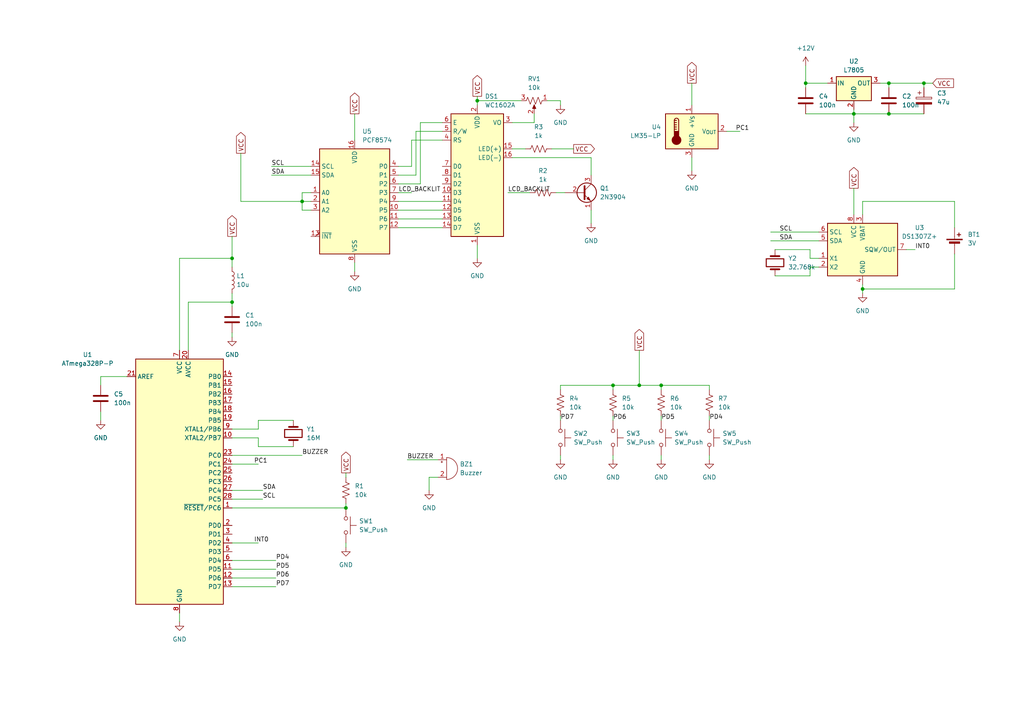
<source format=kicad_sch>
(kicad_sch (version 20230121) (generator eeschema)

  (uuid 6e3a7ec7-8b51-4e14-90e4-9ba1e3384654)

  (paper "A4")

  (lib_symbols
    (symbol "Device:Battery_Cell" (pin_numbers hide) (pin_names (offset 0) hide) (in_bom yes) (on_board yes)
      (property "Reference" "BT" (at 2.54 2.54 0)
        (effects (font (size 1.27 1.27)) (justify left))
      )
      (property "Value" "Battery_Cell" (at 2.54 0 0)
        (effects (font (size 1.27 1.27)) (justify left))
      )
      (property "Footprint" "" (at 0 1.524 90)
        (effects (font (size 1.27 1.27)) hide)
      )
      (property "Datasheet" "~" (at 0 1.524 90)
        (effects (font (size 1.27 1.27)) hide)
      )
      (property "ki_keywords" "battery cell" (at 0 0 0)
        (effects (font (size 1.27 1.27)) hide)
      )
      (property "ki_description" "Single-cell battery" (at 0 0 0)
        (effects (font (size 1.27 1.27)) hide)
      )
      (symbol "Battery_Cell_0_1"
        (rectangle (start -2.286 1.778) (end 2.286 1.524)
          (stroke (width 0) (type default))
          (fill (type outline))
        )
        (rectangle (start -1.524 1.016) (end 1.524 0.508)
          (stroke (width 0) (type default))
          (fill (type outline))
        )
        (polyline
          (pts
            (xy 0 0.762)
            (xy 0 0)
          )
          (stroke (width 0) (type default))
          (fill (type none))
        )
        (polyline
          (pts
            (xy 0 1.778)
            (xy 0 2.54)
          )
          (stroke (width 0) (type default))
          (fill (type none))
        )
        (polyline
          (pts
            (xy 0.762 3.048)
            (xy 1.778 3.048)
          )
          (stroke (width 0.254) (type default))
          (fill (type none))
        )
        (polyline
          (pts
            (xy 1.27 3.556)
            (xy 1.27 2.54)
          )
          (stroke (width 0.254) (type default))
          (fill (type none))
        )
      )
      (symbol "Battery_Cell_1_1"
        (pin passive line (at 0 5.08 270) (length 2.54)
          (name "+" (effects (font (size 1.27 1.27))))
          (number "1" (effects (font (size 1.27 1.27))))
        )
        (pin passive line (at 0 -2.54 90) (length 2.54)
          (name "-" (effects (font (size 1.27 1.27))))
          (number "2" (effects (font (size 1.27 1.27))))
        )
      )
    )
    (symbol "Device:Buzzer" (pin_names (offset 0.0254) hide) (in_bom yes) (on_board yes)
      (property "Reference" "BZ" (at 3.81 1.27 0)
        (effects (font (size 1.27 1.27)) (justify left))
      )
      (property "Value" "Buzzer" (at 3.81 -1.27 0)
        (effects (font (size 1.27 1.27)) (justify left))
      )
      (property "Footprint" "" (at -0.635 2.54 90)
        (effects (font (size 1.27 1.27)) hide)
      )
      (property "Datasheet" "~" (at -0.635 2.54 90)
        (effects (font (size 1.27 1.27)) hide)
      )
      (property "ki_keywords" "quartz resonator ceramic" (at 0 0 0)
        (effects (font (size 1.27 1.27)) hide)
      )
      (property "ki_description" "Buzzer, polarized" (at 0 0 0)
        (effects (font (size 1.27 1.27)) hide)
      )
      (property "ki_fp_filters" "*Buzzer*" (at 0 0 0)
        (effects (font (size 1.27 1.27)) hide)
      )
      (symbol "Buzzer_0_1"
        (arc (start 0 -3.175) (mid 3.1612 0) (end 0 3.175)
          (stroke (width 0) (type default))
          (fill (type none))
        )
        (polyline
          (pts
            (xy -1.651 1.905)
            (xy -1.143 1.905)
          )
          (stroke (width 0) (type default))
          (fill (type none))
        )
        (polyline
          (pts
            (xy -1.397 2.159)
            (xy -1.397 1.651)
          )
          (stroke (width 0) (type default))
          (fill (type none))
        )
        (polyline
          (pts
            (xy 0 3.175)
            (xy 0 -3.175)
          )
          (stroke (width 0) (type default))
          (fill (type none))
        )
      )
      (symbol "Buzzer_1_1"
        (pin passive line (at -2.54 2.54 0) (length 2.54)
          (name "+" (effects (font (size 1.27 1.27))))
          (number "1" (effects (font (size 1.27 1.27))))
        )
        (pin passive line (at -2.54 -2.54 0) (length 2.54)
          (name "-" (effects (font (size 1.27 1.27))))
          (number "2" (effects (font (size 1.27 1.27))))
        )
      )
    )
    (symbol "Device:C" (pin_numbers hide) (pin_names (offset 0.254)) (in_bom yes) (on_board yes)
      (property "Reference" "C" (at 0.635 2.54 0)
        (effects (font (size 1.27 1.27)) (justify left))
      )
      (property "Value" "C" (at 0.635 -2.54 0)
        (effects (font (size 1.27 1.27)) (justify left))
      )
      (property "Footprint" "" (at 0.9652 -3.81 0)
        (effects (font (size 1.27 1.27)) hide)
      )
      (property "Datasheet" "~" (at 0 0 0)
        (effects (font (size 1.27 1.27)) hide)
      )
      (property "ki_keywords" "cap capacitor" (at 0 0 0)
        (effects (font (size 1.27 1.27)) hide)
      )
      (property "ki_description" "Unpolarized capacitor" (at 0 0 0)
        (effects (font (size 1.27 1.27)) hide)
      )
      (property "ki_fp_filters" "C_*" (at 0 0 0)
        (effects (font (size 1.27 1.27)) hide)
      )
      (symbol "C_0_1"
        (polyline
          (pts
            (xy -2.032 -0.762)
            (xy 2.032 -0.762)
          )
          (stroke (width 0.508) (type default))
          (fill (type none))
        )
        (polyline
          (pts
            (xy -2.032 0.762)
            (xy 2.032 0.762)
          )
          (stroke (width 0.508) (type default))
          (fill (type none))
        )
      )
      (symbol "C_1_1"
        (pin passive line (at 0 3.81 270) (length 2.794)
          (name "~" (effects (font (size 1.27 1.27))))
          (number "1" (effects (font (size 1.27 1.27))))
        )
        (pin passive line (at 0 -3.81 90) (length 2.794)
          (name "~" (effects (font (size 1.27 1.27))))
          (number "2" (effects (font (size 1.27 1.27))))
        )
      )
    )
    (symbol "Device:C_Polarized" (pin_numbers hide) (pin_names (offset 0.254)) (in_bom yes) (on_board yes)
      (property "Reference" "C" (at 0.635 2.54 0)
        (effects (font (size 1.27 1.27)) (justify left))
      )
      (property "Value" "C_Polarized" (at 0.635 -2.54 0)
        (effects (font (size 1.27 1.27)) (justify left))
      )
      (property "Footprint" "" (at 0.9652 -3.81 0)
        (effects (font (size 1.27 1.27)) hide)
      )
      (property "Datasheet" "~" (at 0 0 0)
        (effects (font (size 1.27 1.27)) hide)
      )
      (property "ki_keywords" "cap capacitor" (at 0 0 0)
        (effects (font (size 1.27 1.27)) hide)
      )
      (property "ki_description" "Polarized capacitor" (at 0 0 0)
        (effects (font (size 1.27 1.27)) hide)
      )
      (property "ki_fp_filters" "CP_*" (at 0 0 0)
        (effects (font (size 1.27 1.27)) hide)
      )
      (symbol "C_Polarized_0_1"
        (rectangle (start -2.286 0.508) (end 2.286 1.016)
          (stroke (width 0) (type default))
          (fill (type none))
        )
        (polyline
          (pts
            (xy -1.778 2.286)
            (xy -0.762 2.286)
          )
          (stroke (width 0) (type default))
          (fill (type none))
        )
        (polyline
          (pts
            (xy -1.27 2.794)
            (xy -1.27 1.778)
          )
          (stroke (width 0) (type default))
          (fill (type none))
        )
        (rectangle (start 2.286 -0.508) (end -2.286 -1.016)
          (stroke (width 0) (type default))
          (fill (type outline))
        )
      )
      (symbol "C_Polarized_1_1"
        (pin passive line (at 0 3.81 270) (length 2.794)
          (name "~" (effects (font (size 1.27 1.27))))
          (number "1" (effects (font (size 1.27 1.27))))
        )
        (pin passive line (at 0 -3.81 90) (length 2.794)
          (name "~" (effects (font (size 1.27 1.27))))
          (number "2" (effects (font (size 1.27 1.27))))
        )
      )
    )
    (symbol "Device:Crystal" (pin_numbers hide) (pin_names (offset 1.016) hide) (in_bom yes) (on_board yes)
      (property "Reference" "Y" (at 0 3.81 0)
        (effects (font (size 1.27 1.27)))
      )
      (property "Value" "Crystal" (at 0 -3.81 0)
        (effects (font (size 1.27 1.27)))
      )
      (property "Footprint" "" (at 0 0 0)
        (effects (font (size 1.27 1.27)) hide)
      )
      (property "Datasheet" "~" (at 0 0 0)
        (effects (font (size 1.27 1.27)) hide)
      )
      (property "ki_keywords" "quartz ceramic resonator oscillator" (at 0 0 0)
        (effects (font (size 1.27 1.27)) hide)
      )
      (property "ki_description" "Two pin crystal" (at 0 0 0)
        (effects (font (size 1.27 1.27)) hide)
      )
      (property "ki_fp_filters" "Crystal*" (at 0 0 0)
        (effects (font (size 1.27 1.27)) hide)
      )
      (symbol "Crystal_0_1"
        (rectangle (start -1.143 2.54) (end 1.143 -2.54)
          (stroke (width 0.3048) (type default))
          (fill (type none))
        )
        (polyline
          (pts
            (xy -2.54 0)
            (xy -1.905 0)
          )
          (stroke (width 0) (type default))
          (fill (type none))
        )
        (polyline
          (pts
            (xy -1.905 -1.27)
            (xy -1.905 1.27)
          )
          (stroke (width 0.508) (type default))
          (fill (type none))
        )
        (polyline
          (pts
            (xy 1.905 -1.27)
            (xy 1.905 1.27)
          )
          (stroke (width 0.508) (type default))
          (fill (type none))
        )
        (polyline
          (pts
            (xy 2.54 0)
            (xy 1.905 0)
          )
          (stroke (width 0) (type default))
          (fill (type none))
        )
      )
      (symbol "Crystal_1_1"
        (pin passive line (at -3.81 0 0) (length 1.27)
          (name "1" (effects (font (size 1.27 1.27))))
          (number "1" (effects (font (size 1.27 1.27))))
        )
        (pin passive line (at 3.81 0 180) (length 1.27)
          (name "2" (effects (font (size 1.27 1.27))))
          (number "2" (effects (font (size 1.27 1.27))))
        )
      )
    )
    (symbol "Device:L" (pin_numbers hide) (pin_names (offset 1.016) hide) (in_bom yes) (on_board yes)
      (property "Reference" "L" (at -1.27 0 90)
        (effects (font (size 1.27 1.27)))
      )
      (property "Value" "L" (at 1.905 0 90)
        (effects (font (size 1.27 1.27)))
      )
      (property "Footprint" "" (at 0 0 0)
        (effects (font (size 1.27 1.27)) hide)
      )
      (property "Datasheet" "~" (at 0 0 0)
        (effects (font (size 1.27 1.27)) hide)
      )
      (property "ki_keywords" "inductor choke coil reactor magnetic" (at 0 0 0)
        (effects (font (size 1.27 1.27)) hide)
      )
      (property "ki_description" "Inductor" (at 0 0 0)
        (effects (font (size 1.27 1.27)) hide)
      )
      (property "ki_fp_filters" "Choke_* *Coil* Inductor_* L_*" (at 0 0 0)
        (effects (font (size 1.27 1.27)) hide)
      )
      (symbol "L_0_1"
        (arc (start 0 -2.54) (mid 0.6323 -1.905) (end 0 -1.27)
          (stroke (width 0) (type default))
          (fill (type none))
        )
        (arc (start 0 -1.27) (mid 0.6323 -0.635) (end 0 0)
          (stroke (width 0) (type default))
          (fill (type none))
        )
        (arc (start 0 0) (mid 0.6323 0.635) (end 0 1.27)
          (stroke (width 0) (type default))
          (fill (type none))
        )
        (arc (start 0 1.27) (mid 0.6323 1.905) (end 0 2.54)
          (stroke (width 0) (type default))
          (fill (type none))
        )
      )
      (symbol "L_1_1"
        (pin passive line (at 0 3.81 270) (length 1.27)
          (name "1" (effects (font (size 1.27 1.27))))
          (number "1" (effects (font (size 1.27 1.27))))
        )
        (pin passive line (at 0 -3.81 90) (length 1.27)
          (name "2" (effects (font (size 1.27 1.27))))
          (number "2" (effects (font (size 1.27 1.27))))
        )
      )
    )
    (symbol "Device:R_Potentiometer_US" (pin_names (offset 1.016) hide) (in_bom yes) (on_board yes)
      (property "Reference" "RV" (at -4.445 0 90)
        (effects (font (size 1.27 1.27)))
      )
      (property "Value" "R_Potentiometer_US" (at -2.54 0 90)
        (effects (font (size 1.27 1.27)))
      )
      (property "Footprint" "" (at 0 0 0)
        (effects (font (size 1.27 1.27)) hide)
      )
      (property "Datasheet" "~" (at 0 0 0)
        (effects (font (size 1.27 1.27)) hide)
      )
      (property "ki_keywords" "resistor variable" (at 0 0 0)
        (effects (font (size 1.27 1.27)) hide)
      )
      (property "ki_description" "Potentiometer, US symbol" (at 0 0 0)
        (effects (font (size 1.27 1.27)) hide)
      )
      (property "ki_fp_filters" "Potentiometer*" (at 0 0 0)
        (effects (font (size 1.27 1.27)) hide)
      )
      (symbol "R_Potentiometer_US_0_1"
        (polyline
          (pts
            (xy 0 -2.286)
            (xy 0 -2.54)
          )
          (stroke (width 0) (type default))
          (fill (type none))
        )
        (polyline
          (pts
            (xy 0 2.54)
            (xy 0 2.286)
          )
          (stroke (width 0) (type default))
          (fill (type none))
        )
        (polyline
          (pts
            (xy 2.54 0)
            (xy 1.524 0)
          )
          (stroke (width 0) (type default))
          (fill (type none))
        )
        (polyline
          (pts
            (xy 1.143 0)
            (xy 2.286 0.508)
            (xy 2.286 -0.508)
            (xy 1.143 0)
          )
          (stroke (width 0) (type default))
          (fill (type outline))
        )
        (polyline
          (pts
            (xy 0 -0.762)
            (xy 1.016 -1.143)
            (xy 0 -1.524)
            (xy -1.016 -1.905)
            (xy 0 -2.286)
          )
          (stroke (width 0) (type default))
          (fill (type none))
        )
        (polyline
          (pts
            (xy 0 0.762)
            (xy 1.016 0.381)
            (xy 0 0)
            (xy -1.016 -0.381)
            (xy 0 -0.762)
          )
          (stroke (width 0) (type default))
          (fill (type none))
        )
        (polyline
          (pts
            (xy 0 2.286)
            (xy 1.016 1.905)
            (xy 0 1.524)
            (xy -1.016 1.143)
            (xy 0 0.762)
          )
          (stroke (width 0) (type default))
          (fill (type none))
        )
      )
      (symbol "R_Potentiometer_US_1_1"
        (pin passive line (at 0 3.81 270) (length 1.27)
          (name "1" (effects (font (size 1.27 1.27))))
          (number "1" (effects (font (size 1.27 1.27))))
        )
        (pin passive line (at 3.81 0 180) (length 1.27)
          (name "2" (effects (font (size 1.27 1.27))))
          (number "2" (effects (font (size 1.27 1.27))))
        )
        (pin passive line (at 0 -3.81 90) (length 1.27)
          (name "3" (effects (font (size 1.27 1.27))))
          (number "3" (effects (font (size 1.27 1.27))))
        )
      )
    )
    (symbol "Device:R_US" (pin_numbers hide) (pin_names (offset 0)) (in_bom yes) (on_board yes)
      (property "Reference" "R" (at 2.54 0 90)
        (effects (font (size 1.27 1.27)))
      )
      (property "Value" "R_US" (at -2.54 0 90)
        (effects (font (size 1.27 1.27)))
      )
      (property "Footprint" "" (at 1.016 -0.254 90)
        (effects (font (size 1.27 1.27)) hide)
      )
      (property "Datasheet" "~" (at 0 0 0)
        (effects (font (size 1.27 1.27)) hide)
      )
      (property "ki_keywords" "R res resistor" (at 0 0 0)
        (effects (font (size 1.27 1.27)) hide)
      )
      (property "ki_description" "Resistor, US symbol" (at 0 0 0)
        (effects (font (size 1.27 1.27)) hide)
      )
      (property "ki_fp_filters" "R_*" (at 0 0 0)
        (effects (font (size 1.27 1.27)) hide)
      )
      (symbol "R_US_0_1"
        (polyline
          (pts
            (xy 0 -2.286)
            (xy 0 -2.54)
          )
          (stroke (width 0) (type default))
          (fill (type none))
        )
        (polyline
          (pts
            (xy 0 2.286)
            (xy 0 2.54)
          )
          (stroke (width 0) (type default))
          (fill (type none))
        )
        (polyline
          (pts
            (xy 0 -0.762)
            (xy 1.016 -1.143)
            (xy 0 -1.524)
            (xy -1.016 -1.905)
            (xy 0 -2.286)
          )
          (stroke (width 0) (type default))
          (fill (type none))
        )
        (polyline
          (pts
            (xy 0 0.762)
            (xy 1.016 0.381)
            (xy 0 0)
            (xy -1.016 -0.381)
            (xy 0 -0.762)
          )
          (stroke (width 0) (type default))
          (fill (type none))
        )
        (polyline
          (pts
            (xy 0 2.286)
            (xy 1.016 1.905)
            (xy 0 1.524)
            (xy -1.016 1.143)
            (xy 0 0.762)
          )
          (stroke (width 0) (type default))
          (fill (type none))
        )
      )
      (symbol "R_US_1_1"
        (pin passive line (at 0 3.81 270) (length 1.27)
          (name "~" (effects (font (size 1.27 1.27))))
          (number "1" (effects (font (size 1.27 1.27))))
        )
        (pin passive line (at 0 -3.81 90) (length 1.27)
          (name "~" (effects (font (size 1.27 1.27))))
          (number "2" (effects (font (size 1.27 1.27))))
        )
      )
    )
    (symbol "Display_Character:WC1602A" (in_bom yes) (on_board yes)
      (property "Reference" "DS" (at -5.842 19.05 0)
        (effects (font (size 1.27 1.27)))
      )
      (property "Value" "WC1602A" (at 5.334 19.05 0)
        (effects (font (size 1.27 1.27)))
      )
      (property "Footprint" "Display:WC1602A" (at 0 -22.86 0)
        (effects (font (size 1.27 1.27) italic) hide)
      )
      (property "Datasheet" "http://www.wincomlcd.com/pdf/WC1602A-SFYLYHTC06.pdf" (at 17.78 0 0)
        (effects (font (size 1.27 1.27)) hide)
      )
      (property "ki_keywords" "display LCD dot-matrix" (at 0 0 0)
        (effects (font (size 1.27 1.27)) hide)
      )
      (property "ki_description" "LCD 16x2 Alphanumeric , 8 bit parallel bus, 5V VDD" (at 0 0 0)
        (effects (font (size 1.27 1.27)) hide)
      )
      (property "ki_fp_filters" "*WC*1602A*" (at 0 0 0)
        (effects (font (size 1.27 1.27)) hide)
      )
      (symbol "WC1602A_1_1"
        (rectangle (start -7.62 17.78) (end 7.62 -17.78)
          (stroke (width 0.254) (type default))
          (fill (type background))
        )
        (pin power_in line (at 0 -20.32 90) (length 2.54)
          (name "VSS" (effects (font (size 1.27 1.27))))
          (number "1" (effects (font (size 1.27 1.27))))
        )
        (pin input line (at -10.16 -5.08 0) (length 2.54)
          (name "D3" (effects (font (size 1.27 1.27))))
          (number "10" (effects (font (size 1.27 1.27))))
        )
        (pin input line (at -10.16 -7.62 0) (length 2.54)
          (name "D4" (effects (font (size 1.27 1.27))))
          (number "11" (effects (font (size 1.27 1.27))))
        )
        (pin input line (at -10.16 -10.16 0) (length 2.54)
          (name "D5" (effects (font (size 1.27 1.27))))
          (number "12" (effects (font (size 1.27 1.27))))
        )
        (pin input line (at -10.16 -12.7 0) (length 2.54)
          (name "D6" (effects (font (size 1.27 1.27))))
          (number "13" (effects (font (size 1.27 1.27))))
        )
        (pin input line (at -10.16 -15.24 0) (length 2.54)
          (name "D7" (effects (font (size 1.27 1.27))))
          (number "14" (effects (font (size 1.27 1.27))))
        )
        (pin power_in line (at 10.16 7.62 180) (length 2.54)
          (name "LED(+)" (effects (font (size 1.27 1.27))))
          (number "15" (effects (font (size 1.27 1.27))))
        )
        (pin power_in line (at 10.16 5.08 180) (length 2.54)
          (name "LED(-)" (effects (font (size 1.27 1.27))))
          (number "16" (effects (font (size 1.27 1.27))))
        )
        (pin power_in line (at 0 20.32 270) (length 2.54)
          (name "VDD" (effects (font (size 1.27 1.27))))
          (number "2" (effects (font (size 1.27 1.27))))
        )
        (pin input line (at 10.16 15.24 180) (length 2.54)
          (name "VO" (effects (font (size 1.27 1.27))))
          (number "3" (effects (font (size 1.27 1.27))))
        )
        (pin input line (at -10.16 10.16 0) (length 2.54)
          (name "RS" (effects (font (size 1.27 1.27))))
          (number "4" (effects (font (size 1.27 1.27))))
        )
        (pin input line (at -10.16 12.7 0) (length 2.54)
          (name "R/W" (effects (font (size 1.27 1.27))))
          (number "5" (effects (font (size 1.27 1.27))))
        )
        (pin input line (at -10.16 15.24 0) (length 2.54)
          (name "E" (effects (font (size 1.27 1.27))))
          (number "6" (effects (font (size 1.27 1.27))))
        )
        (pin input line (at -10.16 2.54 0) (length 2.54)
          (name "D0" (effects (font (size 1.27 1.27))))
          (number "7" (effects (font (size 1.27 1.27))))
        )
        (pin input line (at -10.16 0 0) (length 2.54)
          (name "D1" (effects (font (size 1.27 1.27))))
          (number "8" (effects (font (size 1.27 1.27))))
        )
        (pin input line (at -10.16 -2.54 0) (length 2.54)
          (name "D2" (effects (font (size 1.27 1.27))))
          (number "9" (effects (font (size 1.27 1.27))))
        )
      )
    )
    (symbol "Interface_Expansion:PCF8574" (in_bom yes) (on_board yes)
      (property "Reference" "U" (at -8.89 16.51 0)
        (effects (font (size 1.27 1.27)) (justify left))
      )
      (property "Value" "PCF8574" (at 2.54 16.51 0)
        (effects (font (size 1.27 1.27)) (justify left))
      )
      (property "Footprint" "" (at 0 0 0)
        (effects (font (size 1.27 1.27)) hide)
      )
      (property "Datasheet" "http://www.nxp.com/docs/en/data-sheet/PCF8574_PCF8574A.pdf" (at 0 0 0)
        (effects (font (size 1.27 1.27)) hide)
      )
      (property "ki_keywords" "I2C Expander" (at 0 0 0)
        (effects (font (size 1.27 1.27)) hide)
      )
      (property "ki_description" "8 Bit Port/Expander to I2C Bus, DIP/SOIC-16" (at 0 0 0)
        (effects (font (size 1.27 1.27)) hide)
      )
      (property "ki_fp_filters" "DIP*W7.62mm* SOIC*7.5x10.3mm*P1.27mm*" (at 0 0 0)
        (effects (font (size 1.27 1.27)) hide)
      )
      (symbol "PCF8574_0_1"
        (rectangle (start -10.16 15.24) (end 10.16 -15.24)
          (stroke (width 0.254) (type default))
          (fill (type background))
        )
      )
      (symbol "PCF8574_1_1"
        (pin input line (at -12.7 2.54 0) (length 2.54)
          (name "A0" (effects (font (size 1.27 1.27))))
          (number "1" (effects (font (size 1.27 1.27))))
        )
        (pin bidirectional line (at 12.7 -2.54 180) (length 2.54)
          (name "P5" (effects (font (size 1.27 1.27))))
          (number "10" (effects (font (size 1.27 1.27))))
        )
        (pin bidirectional line (at 12.7 -5.08 180) (length 2.54)
          (name "P6" (effects (font (size 1.27 1.27))))
          (number "11" (effects (font (size 1.27 1.27))))
        )
        (pin bidirectional line (at 12.7 -7.62 180) (length 2.54)
          (name "P7" (effects (font (size 1.27 1.27))))
          (number "12" (effects (font (size 1.27 1.27))))
        )
        (pin open_collector output_low (at -12.7 -10.16 0) (length 2.54)
          (name "~{INT}" (effects (font (size 1.27 1.27))))
          (number "13" (effects (font (size 1.27 1.27))))
        )
        (pin input line (at -12.7 10.16 0) (length 2.54)
          (name "SCL" (effects (font (size 1.27 1.27))))
          (number "14" (effects (font (size 1.27 1.27))))
        )
        (pin bidirectional line (at -12.7 7.62 0) (length 2.54)
          (name "SDA" (effects (font (size 1.27 1.27))))
          (number "15" (effects (font (size 1.27 1.27))))
        )
        (pin power_in line (at 0 17.78 270) (length 2.54)
          (name "VDD" (effects (font (size 1.27 1.27))))
          (number "16" (effects (font (size 1.27 1.27))))
        )
        (pin input line (at -12.7 0 0) (length 2.54)
          (name "A1" (effects (font (size 1.27 1.27))))
          (number "2" (effects (font (size 1.27 1.27))))
        )
        (pin input line (at -12.7 -2.54 0) (length 2.54)
          (name "A2" (effects (font (size 1.27 1.27))))
          (number "3" (effects (font (size 1.27 1.27))))
        )
        (pin bidirectional line (at 12.7 10.16 180) (length 2.54)
          (name "P0" (effects (font (size 1.27 1.27))))
          (number "4" (effects (font (size 1.27 1.27))))
        )
        (pin bidirectional line (at 12.7 7.62 180) (length 2.54)
          (name "P1" (effects (font (size 1.27 1.27))))
          (number "5" (effects (font (size 1.27 1.27))))
        )
        (pin bidirectional line (at 12.7 5.08 180) (length 2.54)
          (name "P2" (effects (font (size 1.27 1.27))))
          (number "6" (effects (font (size 1.27 1.27))))
        )
        (pin bidirectional line (at 12.7 2.54 180) (length 2.54)
          (name "P3" (effects (font (size 1.27 1.27))))
          (number "7" (effects (font (size 1.27 1.27))))
        )
        (pin power_in line (at 0 -17.78 90) (length 2.54)
          (name "VSS" (effects (font (size 1.27 1.27))))
          (number "8" (effects (font (size 1.27 1.27))))
        )
        (pin bidirectional line (at 12.7 0 180) (length 2.54)
          (name "P4" (effects (font (size 1.27 1.27))))
          (number "9" (effects (font (size 1.27 1.27))))
        )
      )
    )
    (symbol "MCU_Microchip_ATmega:ATmega328P-P" (in_bom yes) (on_board yes)
      (property "Reference" "U" (at -12.7 36.83 0)
        (effects (font (size 1.27 1.27)) (justify left bottom))
      )
      (property "Value" "ATmega328P-P" (at 2.54 -36.83 0)
        (effects (font (size 1.27 1.27)) (justify left top))
      )
      (property "Footprint" "Package_DIP:DIP-28_W7.62mm" (at 0 0 0)
        (effects (font (size 1.27 1.27) italic) hide)
      )
      (property "Datasheet" "http://ww1.microchip.com/downloads/en/DeviceDoc/ATmega328_P%20AVR%20MCU%20with%20picoPower%20Technology%20Data%20Sheet%2040001984A.pdf" (at 0 0 0)
        (effects (font (size 1.27 1.27)) hide)
      )
      (property "ki_keywords" "AVR 8bit Microcontroller MegaAVR PicoPower" (at 0 0 0)
        (effects (font (size 1.27 1.27)) hide)
      )
      (property "ki_description" "20MHz, 32kB Flash, 2kB SRAM, 1kB EEPROM, DIP-28" (at 0 0 0)
        (effects (font (size 1.27 1.27)) hide)
      )
      (property "ki_fp_filters" "DIP*W7.62mm*" (at 0 0 0)
        (effects (font (size 1.27 1.27)) hide)
      )
      (symbol "ATmega328P-P_0_1"
        (rectangle (start -12.7 -35.56) (end 12.7 35.56)
          (stroke (width 0.254) (type default))
          (fill (type background))
        )
      )
      (symbol "ATmega328P-P_1_1"
        (pin bidirectional line (at 15.24 -7.62 180) (length 2.54)
          (name "~{RESET}/PC6" (effects (font (size 1.27 1.27))))
          (number "1" (effects (font (size 1.27 1.27))))
        )
        (pin bidirectional line (at 15.24 12.7 180) (length 2.54)
          (name "XTAL2/PB7" (effects (font (size 1.27 1.27))))
          (number "10" (effects (font (size 1.27 1.27))))
        )
        (pin bidirectional line (at 15.24 -25.4 180) (length 2.54)
          (name "PD5" (effects (font (size 1.27 1.27))))
          (number "11" (effects (font (size 1.27 1.27))))
        )
        (pin bidirectional line (at 15.24 -27.94 180) (length 2.54)
          (name "PD6" (effects (font (size 1.27 1.27))))
          (number "12" (effects (font (size 1.27 1.27))))
        )
        (pin bidirectional line (at 15.24 -30.48 180) (length 2.54)
          (name "PD7" (effects (font (size 1.27 1.27))))
          (number "13" (effects (font (size 1.27 1.27))))
        )
        (pin bidirectional line (at 15.24 30.48 180) (length 2.54)
          (name "PB0" (effects (font (size 1.27 1.27))))
          (number "14" (effects (font (size 1.27 1.27))))
        )
        (pin bidirectional line (at 15.24 27.94 180) (length 2.54)
          (name "PB1" (effects (font (size 1.27 1.27))))
          (number "15" (effects (font (size 1.27 1.27))))
        )
        (pin bidirectional line (at 15.24 25.4 180) (length 2.54)
          (name "PB2" (effects (font (size 1.27 1.27))))
          (number "16" (effects (font (size 1.27 1.27))))
        )
        (pin bidirectional line (at 15.24 22.86 180) (length 2.54)
          (name "PB3" (effects (font (size 1.27 1.27))))
          (number "17" (effects (font (size 1.27 1.27))))
        )
        (pin bidirectional line (at 15.24 20.32 180) (length 2.54)
          (name "PB4" (effects (font (size 1.27 1.27))))
          (number "18" (effects (font (size 1.27 1.27))))
        )
        (pin bidirectional line (at 15.24 17.78 180) (length 2.54)
          (name "PB5" (effects (font (size 1.27 1.27))))
          (number "19" (effects (font (size 1.27 1.27))))
        )
        (pin bidirectional line (at 15.24 -12.7 180) (length 2.54)
          (name "PD0" (effects (font (size 1.27 1.27))))
          (number "2" (effects (font (size 1.27 1.27))))
        )
        (pin power_in line (at 2.54 38.1 270) (length 2.54)
          (name "AVCC" (effects (font (size 1.27 1.27))))
          (number "20" (effects (font (size 1.27 1.27))))
        )
        (pin passive line (at -15.24 30.48 0) (length 2.54)
          (name "AREF" (effects (font (size 1.27 1.27))))
          (number "21" (effects (font (size 1.27 1.27))))
        )
        (pin passive line (at 0 -38.1 90) (length 2.54) hide
          (name "GND" (effects (font (size 1.27 1.27))))
          (number "22" (effects (font (size 1.27 1.27))))
        )
        (pin bidirectional line (at 15.24 7.62 180) (length 2.54)
          (name "PC0" (effects (font (size 1.27 1.27))))
          (number "23" (effects (font (size 1.27 1.27))))
        )
        (pin bidirectional line (at 15.24 5.08 180) (length 2.54)
          (name "PC1" (effects (font (size 1.27 1.27))))
          (number "24" (effects (font (size 1.27 1.27))))
        )
        (pin bidirectional line (at 15.24 2.54 180) (length 2.54)
          (name "PC2" (effects (font (size 1.27 1.27))))
          (number "25" (effects (font (size 1.27 1.27))))
        )
        (pin bidirectional line (at 15.24 0 180) (length 2.54)
          (name "PC3" (effects (font (size 1.27 1.27))))
          (number "26" (effects (font (size 1.27 1.27))))
        )
        (pin bidirectional line (at 15.24 -2.54 180) (length 2.54)
          (name "PC4" (effects (font (size 1.27 1.27))))
          (number "27" (effects (font (size 1.27 1.27))))
        )
        (pin bidirectional line (at 15.24 -5.08 180) (length 2.54)
          (name "PC5" (effects (font (size 1.27 1.27))))
          (number "28" (effects (font (size 1.27 1.27))))
        )
        (pin bidirectional line (at 15.24 -15.24 180) (length 2.54)
          (name "PD1" (effects (font (size 1.27 1.27))))
          (number "3" (effects (font (size 1.27 1.27))))
        )
        (pin bidirectional line (at 15.24 -17.78 180) (length 2.54)
          (name "PD2" (effects (font (size 1.27 1.27))))
          (number "4" (effects (font (size 1.27 1.27))))
        )
        (pin bidirectional line (at 15.24 -20.32 180) (length 2.54)
          (name "PD3" (effects (font (size 1.27 1.27))))
          (number "5" (effects (font (size 1.27 1.27))))
        )
        (pin bidirectional line (at 15.24 -22.86 180) (length 2.54)
          (name "PD4" (effects (font (size 1.27 1.27))))
          (number "6" (effects (font (size 1.27 1.27))))
        )
        (pin power_in line (at 0 38.1 270) (length 2.54)
          (name "VCC" (effects (font (size 1.27 1.27))))
          (number "7" (effects (font (size 1.27 1.27))))
        )
        (pin power_in line (at 0 -38.1 90) (length 2.54)
          (name "GND" (effects (font (size 1.27 1.27))))
          (number "8" (effects (font (size 1.27 1.27))))
        )
        (pin bidirectional line (at 15.24 15.24 180) (length 2.54)
          (name "XTAL1/PB6" (effects (font (size 1.27 1.27))))
          (number "9" (effects (font (size 1.27 1.27))))
        )
      )
    )
    (symbol "Regulator_Linear:L7805" (pin_names (offset 0.254)) (in_bom yes) (on_board yes)
      (property "Reference" "U" (at -3.81 3.175 0)
        (effects (font (size 1.27 1.27)))
      )
      (property "Value" "L7805" (at 0 3.175 0)
        (effects (font (size 1.27 1.27)) (justify left))
      )
      (property "Footprint" "" (at 0.635 -3.81 0)
        (effects (font (size 1.27 1.27) italic) (justify left) hide)
      )
      (property "Datasheet" "http://www.st.com/content/ccc/resource/technical/document/datasheet/41/4f/b3/b0/12/d4/47/88/CD00000444.pdf/files/CD00000444.pdf/jcr:content/translations/en.CD00000444.pdf" (at 0 -1.27 0)
        (effects (font (size 1.27 1.27)) hide)
      )
      (property "ki_keywords" "Voltage Regulator 1.5A Positive" (at 0 0 0)
        (effects (font (size 1.27 1.27)) hide)
      )
      (property "ki_description" "Positive 1.5A 35V Linear Regulator, Fixed Output 5V, TO-220/TO-263/TO-252" (at 0 0 0)
        (effects (font (size 1.27 1.27)) hide)
      )
      (property "ki_fp_filters" "TO?252* TO?263* TO?220*" (at 0 0 0)
        (effects (font (size 1.27 1.27)) hide)
      )
      (symbol "L7805_0_1"
        (rectangle (start -5.08 1.905) (end 5.08 -5.08)
          (stroke (width 0.254) (type default))
          (fill (type background))
        )
      )
      (symbol "L7805_1_1"
        (pin power_in line (at -7.62 0 0) (length 2.54)
          (name "IN" (effects (font (size 1.27 1.27))))
          (number "1" (effects (font (size 1.27 1.27))))
        )
        (pin power_in line (at 0 -7.62 90) (length 2.54)
          (name "GND" (effects (font (size 1.27 1.27))))
          (number "2" (effects (font (size 1.27 1.27))))
        )
        (pin power_out line (at 7.62 0 180) (length 2.54)
          (name "OUT" (effects (font (size 1.27 1.27))))
          (number "3" (effects (font (size 1.27 1.27))))
        )
      )
    )
    (symbol "Sensor_Temperature:LM35-LP" (in_bom yes) (on_board yes)
      (property "Reference" "U" (at -6.35 6.35 0)
        (effects (font (size 1.27 1.27)))
      )
      (property "Value" "LM35-LP" (at 1.27 6.35 0)
        (effects (font (size 1.27 1.27)) (justify left))
      )
      (property "Footprint" "Package_TO_SOT_THT:TO-92_Inline" (at 1.27 -6.35 0)
        (effects (font (size 1.27 1.27)) (justify left) hide)
      )
      (property "Datasheet" "http://www.ti.com/lit/ds/symlink/lm35.pdf" (at 0 0 0)
        (effects (font (size 1.27 1.27)) hide)
      )
      (property "ki_keywords" "temperature sensor thermistor" (at 0 0 0)
        (effects (font (size 1.27 1.27)) hide)
      )
      (property "ki_description" "Precision centigrade temperature sensor, TO-92" (at 0 0 0)
        (effects (font (size 1.27 1.27)) hide)
      )
      (property "ki_fp_filters" "TO?92*" (at 0 0 0)
        (effects (font (size 1.27 1.27)) hide)
      )
      (symbol "LM35-LP_0_1"
        (rectangle (start -7.62 5.08) (end 7.62 -5.08)
          (stroke (width 0.254) (type default))
          (fill (type background))
        )
        (circle (center -4.445 -2.54) (radius 1.27)
          (stroke (width 0.254) (type default))
          (fill (type outline))
        )
        (rectangle (start -3.81 -1.905) (end -5.08 0)
          (stroke (width 0.254) (type default))
          (fill (type outline))
        )
        (arc (start -3.81 3.175) (mid -4.445 3.8073) (end -5.08 3.175)
          (stroke (width 0.254) (type default))
          (fill (type none))
        )
        (polyline
          (pts
            (xy -5.08 0.635)
            (xy -4.445 0.635)
          )
          (stroke (width 0.254) (type default))
          (fill (type none))
        )
        (polyline
          (pts
            (xy -5.08 1.27)
            (xy -4.445 1.27)
          )
          (stroke (width 0.254) (type default))
          (fill (type none))
        )
        (polyline
          (pts
            (xy -5.08 1.905)
            (xy -4.445 1.905)
          )
          (stroke (width 0.254) (type default))
          (fill (type none))
        )
        (polyline
          (pts
            (xy -5.08 2.54)
            (xy -4.445 2.54)
          )
          (stroke (width 0.254) (type default))
          (fill (type none))
        )
        (polyline
          (pts
            (xy -5.08 3.175)
            (xy -5.08 0)
          )
          (stroke (width 0.254) (type default))
          (fill (type none))
        )
        (polyline
          (pts
            (xy -5.08 3.175)
            (xy -4.445 3.175)
          )
          (stroke (width 0.254) (type default))
          (fill (type none))
        )
        (polyline
          (pts
            (xy -3.81 3.175)
            (xy -3.81 0)
          )
          (stroke (width 0.254) (type default))
          (fill (type none))
        )
      )
      (symbol "LM35-LP_1_1"
        (pin power_in line (at 0 7.62 270) (length 2.54)
          (name "+V_{S}" (effects (font (size 1.27 1.27))))
          (number "1" (effects (font (size 1.27 1.27))))
        )
        (pin output line (at 10.16 0 180) (length 2.54)
          (name "V_{OUT}" (effects (font (size 1.27 1.27))))
          (number "2" (effects (font (size 1.27 1.27))))
        )
        (pin power_in line (at 0 -7.62 90) (length 2.54)
          (name "GND" (effects (font (size 1.27 1.27))))
          (number "3" (effects (font (size 1.27 1.27))))
        )
      )
    )
    (symbol "Switch:SW_Push" (pin_numbers hide) (pin_names (offset 1.016) hide) (in_bom yes) (on_board yes)
      (property "Reference" "SW" (at 1.27 2.54 0)
        (effects (font (size 1.27 1.27)) (justify left))
      )
      (property "Value" "SW_Push" (at 0 -1.524 0)
        (effects (font (size 1.27 1.27)))
      )
      (property "Footprint" "" (at 0 5.08 0)
        (effects (font (size 1.27 1.27)) hide)
      )
      (property "Datasheet" "~" (at 0 5.08 0)
        (effects (font (size 1.27 1.27)) hide)
      )
      (property "ki_keywords" "switch normally-open pushbutton push-button" (at 0 0 0)
        (effects (font (size 1.27 1.27)) hide)
      )
      (property "ki_description" "Push button switch, generic, two pins" (at 0 0 0)
        (effects (font (size 1.27 1.27)) hide)
      )
      (symbol "SW_Push_0_1"
        (circle (center -2.032 0) (radius 0.508)
          (stroke (width 0) (type default))
          (fill (type none))
        )
        (polyline
          (pts
            (xy 0 1.27)
            (xy 0 3.048)
          )
          (stroke (width 0) (type default))
          (fill (type none))
        )
        (polyline
          (pts
            (xy 2.54 1.27)
            (xy -2.54 1.27)
          )
          (stroke (width 0) (type default))
          (fill (type none))
        )
        (circle (center 2.032 0) (radius 0.508)
          (stroke (width 0) (type default))
          (fill (type none))
        )
        (pin passive line (at -5.08 0 0) (length 2.54)
          (name "1" (effects (font (size 1.27 1.27))))
          (number "1" (effects (font (size 1.27 1.27))))
        )
        (pin passive line (at 5.08 0 180) (length 2.54)
          (name "2" (effects (font (size 1.27 1.27))))
          (number "2" (effects (font (size 1.27 1.27))))
        )
      )
    )
    (symbol "Timer_RTC:DS1307Z+" (in_bom yes) (on_board yes)
      (property "Reference" "U" (at -8.89 8.89 0)
        (effects (font (size 1.27 1.27)))
      )
      (property "Value" "DS1307Z+" (at 1.27 8.89 0)
        (effects (font (size 1.27 1.27)) (justify left))
      )
      (property "Footprint" "Package_SO:SOIC-8_3.9x4.9mm_P1.27mm" (at 0 -12.7 0)
        (effects (font (size 1.27 1.27)) hide)
      )
      (property "Datasheet" "https://datasheets.maximintegrated.com/en/ds/DS1307.pdf" (at 0 0 0)
        (effects (font (size 1.27 1.27)) hide)
      )
      (property "ki_keywords" "RTC, I2C Timekeeping Chip" (at 0 0 0)
        (effects (font (size 1.27 1.27)) hide)
      )
      (property "ki_description" "64 x 8, Serial, I2C Real-time clock, 4.5V to 5.5V VCC, 0°C to +70°C, SOIC-8" (at 0 0 0)
        (effects (font (size 1.27 1.27)) hide)
      )
      (property "ki_fp_filters" "SOIC*3.9x4.9mm?P1.27mm*" (at 0 0 0)
        (effects (font (size 1.27 1.27)) hide)
      )
      (symbol "DS1307Z+_0_1"
        (rectangle (start -10.16 7.62) (end 10.16 -7.62)
          (stroke (width 0.254) (type default))
          (fill (type background))
        )
      )
      (symbol "DS1307Z+_1_1"
        (pin input line (at -12.7 -2.54 0) (length 2.54)
          (name "X1" (effects (font (size 1.27 1.27))))
          (number "1" (effects (font (size 1.27 1.27))))
        )
        (pin input line (at -12.7 -5.08 0) (length 2.54)
          (name "X2" (effects (font (size 1.27 1.27))))
          (number "2" (effects (font (size 1.27 1.27))))
        )
        (pin power_in line (at 0 10.16 270) (length 2.54)
          (name "VBAT" (effects (font (size 1.27 1.27))))
          (number "3" (effects (font (size 1.27 1.27))))
        )
        (pin power_in line (at 0 -10.16 90) (length 2.54)
          (name "GND" (effects (font (size 1.27 1.27))))
          (number "4" (effects (font (size 1.27 1.27))))
        )
        (pin bidirectional line (at -12.7 2.54 0) (length 2.54)
          (name "SDA" (effects (font (size 1.27 1.27))))
          (number "5" (effects (font (size 1.27 1.27))))
        )
        (pin input line (at -12.7 5.08 0) (length 2.54)
          (name "SCL" (effects (font (size 1.27 1.27))))
          (number "6" (effects (font (size 1.27 1.27))))
        )
        (pin open_collector line (at 12.7 0 180) (length 2.54)
          (name "SQW/OUT" (effects (font (size 1.27 1.27))))
          (number "7" (effects (font (size 1.27 1.27))))
        )
        (pin power_in line (at -2.54 10.16 270) (length 2.54)
          (name "VCC" (effects (font (size 1.27 1.27))))
          (number "8" (effects (font (size 1.27 1.27))))
        )
      )
    )
    (symbol "Transistor_BJT:2N3904" (pin_names (offset 0) hide) (in_bom yes) (on_board yes)
      (property "Reference" "Q" (at 5.08 1.905 0)
        (effects (font (size 1.27 1.27)) (justify left))
      )
      (property "Value" "2N3904" (at 5.08 0 0)
        (effects (font (size 1.27 1.27)) (justify left))
      )
      (property "Footprint" "Package_TO_SOT_THT:TO-92_Inline" (at 5.08 -1.905 0)
        (effects (font (size 1.27 1.27) italic) (justify left) hide)
      )
      (property "Datasheet" "https://www.onsemi.com/pub/Collateral/2N3903-D.PDF" (at 0 0 0)
        (effects (font (size 1.27 1.27)) (justify left) hide)
      )
      (property "ki_keywords" "NPN Transistor" (at 0 0 0)
        (effects (font (size 1.27 1.27)) hide)
      )
      (property "ki_description" "0.2A Ic, 40V Vce, Small Signal NPN Transistor, TO-92" (at 0 0 0)
        (effects (font (size 1.27 1.27)) hide)
      )
      (property "ki_fp_filters" "TO?92*" (at 0 0 0)
        (effects (font (size 1.27 1.27)) hide)
      )
      (symbol "2N3904_0_1"
        (polyline
          (pts
            (xy 0.635 0.635)
            (xy 2.54 2.54)
          )
          (stroke (width 0) (type default))
          (fill (type none))
        )
        (polyline
          (pts
            (xy 0.635 -0.635)
            (xy 2.54 -2.54)
            (xy 2.54 -2.54)
          )
          (stroke (width 0) (type default))
          (fill (type none))
        )
        (polyline
          (pts
            (xy 0.635 1.905)
            (xy 0.635 -1.905)
            (xy 0.635 -1.905)
          )
          (stroke (width 0.508) (type default))
          (fill (type none))
        )
        (polyline
          (pts
            (xy 1.27 -1.778)
            (xy 1.778 -1.27)
            (xy 2.286 -2.286)
            (xy 1.27 -1.778)
            (xy 1.27 -1.778)
          )
          (stroke (width 0) (type default))
          (fill (type outline))
        )
        (circle (center 1.27 0) (radius 2.8194)
          (stroke (width 0.254) (type default))
          (fill (type none))
        )
      )
      (symbol "2N3904_1_1"
        (pin passive line (at 2.54 -5.08 90) (length 2.54)
          (name "E" (effects (font (size 1.27 1.27))))
          (number "1" (effects (font (size 1.27 1.27))))
        )
        (pin passive line (at -5.08 0 0) (length 5.715)
          (name "B" (effects (font (size 1.27 1.27))))
          (number "2" (effects (font (size 1.27 1.27))))
        )
        (pin passive line (at 2.54 5.08 270) (length 2.54)
          (name "C" (effects (font (size 1.27 1.27))))
          (number "3" (effects (font (size 1.27 1.27))))
        )
      )
    )
    (symbol "power:+12V" (power) (pin_names (offset 0)) (in_bom yes) (on_board yes)
      (property "Reference" "#PWR" (at 0 -3.81 0)
        (effects (font (size 1.27 1.27)) hide)
      )
      (property "Value" "+12V" (at 0 3.556 0)
        (effects (font (size 1.27 1.27)))
      )
      (property "Footprint" "" (at 0 0 0)
        (effects (font (size 1.27 1.27)) hide)
      )
      (property "Datasheet" "" (at 0 0 0)
        (effects (font (size 1.27 1.27)) hide)
      )
      (property "ki_keywords" "global power" (at 0 0 0)
        (effects (font (size 1.27 1.27)) hide)
      )
      (property "ki_description" "Power symbol creates a global label with name \"+12V\"" (at 0 0 0)
        (effects (font (size 1.27 1.27)) hide)
      )
      (symbol "+12V_0_1"
        (polyline
          (pts
            (xy -0.762 1.27)
            (xy 0 2.54)
          )
          (stroke (width 0) (type default))
          (fill (type none))
        )
        (polyline
          (pts
            (xy 0 0)
            (xy 0 2.54)
          )
          (stroke (width 0) (type default))
          (fill (type none))
        )
        (polyline
          (pts
            (xy 0 2.54)
            (xy 0.762 1.27)
          )
          (stroke (width 0) (type default))
          (fill (type none))
        )
      )
      (symbol "+12V_1_1"
        (pin power_in line (at 0 0 90) (length 0) hide
          (name "+12V" (effects (font (size 1.27 1.27))))
          (number "1" (effects (font (size 1.27 1.27))))
        )
      )
    )
    (symbol "power:GND" (power) (pin_names (offset 0)) (in_bom yes) (on_board yes)
      (property "Reference" "#PWR" (at 0 -6.35 0)
        (effects (font (size 1.27 1.27)) hide)
      )
      (property "Value" "GND" (at 0 -3.81 0)
        (effects (font (size 1.27 1.27)))
      )
      (property "Footprint" "" (at 0 0 0)
        (effects (font (size 1.27 1.27)) hide)
      )
      (property "Datasheet" "" (at 0 0 0)
        (effects (font (size 1.27 1.27)) hide)
      )
      (property "ki_keywords" "global power" (at 0 0 0)
        (effects (font (size 1.27 1.27)) hide)
      )
      (property "ki_description" "Power symbol creates a global label with name \"GND\" , ground" (at 0 0 0)
        (effects (font (size 1.27 1.27)) hide)
      )
      (symbol "GND_0_1"
        (polyline
          (pts
            (xy 0 0)
            (xy 0 -1.27)
            (xy 1.27 -1.27)
            (xy 0 -2.54)
            (xy -1.27 -1.27)
            (xy 0 -1.27)
          )
          (stroke (width 0) (type default))
          (fill (type none))
        )
      )
      (symbol "GND_1_1"
        (pin power_in line (at 0 0 270) (length 0) hide
          (name "GND" (effects (font (size 1.27 1.27))))
          (number "1" (effects (font (size 1.27 1.27))))
        )
      )
    )
  )

  (junction (at 177.8 111.76) (diameter 0) (color 0 0 0 0)
    (uuid 0115b396-4c4d-47f0-86e3-86b82f25fc4a)
  )
  (junction (at 138.43 29.21) (diameter 0) (color 0 0 0 0)
    (uuid 264e3bf4-916a-4c01-92af-06d385a4e8cb)
  )
  (junction (at 185.42 111.76) (diameter 0) (color 0 0 0 0)
    (uuid 2ee8e26f-624f-48b1-9800-e4800e5f777d)
  )
  (junction (at 250.19 83.82) (diameter 0) (color 0 0 0 0)
    (uuid 2efe4b3a-8835-4e52-8bfd-19ccd2373ed9)
  )
  (junction (at 233.68 24.13) (diameter 0) (color 0 0 0 0)
    (uuid 4e2ead1c-fccb-46ea-bf0e-59fb08fdd755)
  )
  (junction (at 87.63 58.42) (diameter 0) (color 0 0 0 0)
    (uuid 52c4875c-74ef-4c11-9faa-986d3d54575c)
  )
  (junction (at 67.31 87.63) (diameter 0) (color 0 0 0 0)
    (uuid 5b566b67-c936-4d33-9265-f3d1da51ff67)
  )
  (junction (at 247.65 33.02) (diameter 0) (color 0 0 0 0)
    (uuid 5c96dc00-1760-4da4-a5a0-bb239598134b)
  )
  (junction (at 257.81 24.13) (diameter 0) (color 0 0 0 0)
    (uuid 8b2d6431-de7c-4043-8679-e79eac4980d4)
  )
  (junction (at 191.77 111.76) (diameter 0) (color 0 0 0 0)
    (uuid 92b3e6ec-4035-44a5-8f60-295e50737361)
  )
  (junction (at 267.97 24.13) (diameter 0) (color 0 0 0 0)
    (uuid 9a8fe4bc-7be4-491f-85db-b6afc4a7a453)
  )
  (junction (at 67.31 74.93) (diameter 0) (color 0 0 0 0)
    (uuid a045f0ed-13f5-4515-8282-007b8b9fbc93)
  )
  (junction (at 257.81 33.02) (diameter 0) (color 0 0 0 0)
    (uuid bb1c2f59-042d-4e26-b6ed-8a9326942334)
  )
  (junction (at 100.33 147.32) (diameter 0) (color 0 0 0 0)
    (uuid db3ad8ef-2589-4f13-8dc0-743e0e519d68)
  )

  (wire (pts (xy 85.09 121.92) (xy 74.93 121.92))
    (stroke (width 0) (type default))
    (uuid 002d9bf3-8bc3-4e63-a056-1ef1f3ab75b8)
  )
  (wire (pts (xy 267.97 24.13) (xy 270.51 24.13))
    (stroke (width 0) (type default))
    (uuid 008e043b-e0cf-48ff-ab0a-ae74522dba07)
  )
  (wire (pts (xy 250.19 83.82) (xy 250.19 85.09))
    (stroke (width 0) (type default))
    (uuid 00c1d68d-aa3b-4e87-8f9f-3d935b747088)
  )
  (wire (pts (xy 29.21 119.38) (xy 29.21 121.92))
    (stroke (width 0) (type default))
    (uuid 0220562e-75cb-4bb1-93cb-51e3e7c802e3)
  )
  (wire (pts (xy 67.31 170.18) (xy 80.01 170.18))
    (stroke (width 0) (type default))
    (uuid 037c41e8-0a77-4314-ba8c-2561161c4a78)
  )
  (wire (pts (xy 67.31 96.52) (xy 67.31 97.79))
    (stroke (width 0) (type default))
    (uuid 04ba9eff-a795-4449-b82c-4c1937b912b1)
  )
  (wire (pts (xy 138.43 27.94) (xy 138.43 29.21))
    (stroke (width 0) (type default))
    (uuid 055da5dc-4027-4fef-b18c-f41ed68fac1b)
  )
  (wire (pts (xy 115.57 60.96) (xy 128.27 60.96))
    (stroke (width 0) (type default))
    (uuid 069053a7-a412-44d5-b5be-bc9f12853380)
  )
  (wire (pts (xy 247.65 31.75) (xy 247.65 33.02))
    (stroke (width 0) (type default))
    (uuid 06f4695c-bfae-478b-a9fa-f2013a8a689d)
  )
  (wire (pts (xy 147.32 55.88) (xy 153.67 55.88))
    (stroke (width 0) (type default))
    (uuid 090eab2c-921d-4002-b4af-a2e080e4fdcc)
  )
  (wire (pts (xy 210.82 38.1) (xy 214.63 38.1))
    (stroke (width 0) (type default))
    (uuid 091ffec7-7f3a-4d25-a19b-3a36db8b2b76)
  )
  (wire (pts (xy 120.65 50.8) (xy 115.57 50.8))
    (stroke (width 0) (type default))
    (uuid 0e0a18c9-31f6-4a76-8f54-96912c9a1518)
  )
  (wire (pts (xy 250.19 58.42) (xy 250.19 62.23))
    (stroke (width 0) (type default))
    (uuid 0e837864-c47c-4c1b-b7a5-87dff057b778)
  )
  (wire (pts (xy 234.95 74.93) (xy 234.95 72.39))
    (stroke (width 0) (type default))
    (uuid 116f8d11-f7a6-45ac-a8b3-c5007821782b)
  )
  (wire (pts (xy 90.17 55.88) (xy 87.63 55.88))
    (stroke (width 0) (type default))
    (uuid 11b6625c-0507-4f04-803d-28a5561cb693)
  )
  (wire (pts (xy 115.57 63.5) (xy 128.27 63.5))
    (stroke (width 0) (type default))
    (uuid 14f4980c-97c1-4f73-afe0-384e6ed499c4)
  )
  (wire (pts (xy 119.38 48.26) (xy 115.57 48.26))
    (stroke (width 0) (type default))
    (uuid 16773638-dea1-456b-9567-4577798c875a)
  )
  (wire (pts (xy 138.43 29.21) (xy 151.13 29.21))
    (stroke (width 0) (type default))
    (uuid 17596c1f-eb9f-4924-856d-0dd415a8474b)
  )
  (wire (pts (xy 100.33 137.16) (xy 100.33 138.43))
    (stroke (width 0) (type default))
    (uuid 22800fe9-2e2f-4229-bf88-04ebec23922a)
  )
  (wire (pts (xy 162.56 30.48) (xy 162.56 29.21))
    (stroke (width 0) (type default))
    (uuid 278112b0-61a8-4764-8ea3-e74addc502fd)
  )
  (wire (pts (xy 191.77 132.08) (xy 191.77 133.35))
    (stroke (width 0) (type default))
    (uuid 2a3e4ff9-9ff2-4b49-a103-35cb2d2e64a5)
  )
  (wire (pts (xy 185.42 101.6) (xy 185.42 111.76))
    (stroke (width 0) (type default))
    (uuid 2f3fbf54-82e6-40dc-8995-bd122edd0584)
  )
  (wire (pts (xy 54.61 101.6) (xy 54.61 87.63))
    (stroke (width 0) (type default))
    (uuid 3047c2b1-a2ab-4cb4-8101-d6df2c52d6ad)
  )
  (wire (pts (xy 162.56 120.65) (xy 162.56 121.92))
    (stroke (width 0) (type default))
    (uuid 304b6f12-e2c8-49db-8d1e-d3374c382716)
  )
  (wire (pts (xy 67.31 167.64) (xy 80.01 167.64))
    (stroke (width 0) (type default))
    (uuid 340c01cb-94bf-4f1a-8663-48218573cb64)
  )
  (wire (pts (xy 67.31 132.08) (xy 87.63 132.08))
    (stroke (width 0) (type default))
    (uuid 39207442-595c-48c5-afd1-bde1c3012282)
  )
  (wire (pts (xy 128.27 38.1) (xy 120.65 38.1))
    (stroke (width 0) (type default))
    (uuid 3d5b73a9-85e3-4365-a906-94d13a9a97ea)
  )
  (wire (pts (xy 78.74 48.26) (xy 90.17 48.26))
    (stroke (width 0) (type default))
    (uuid 3e840191-177e-4ed3-b72e-b2e1004d2c14)
  )
  (wire (pts (xy 67.31 74.93) (xy 67.31 77.47))
    (stroke (width 0) (type default))
    (uuid 45afbb81-6760-4f30-9baa-8204b0ab7c76)
  )
  (wire (pts (xy 67.31 165.1) (xy 80.01 165.1))
    (stroke (width 0) (type default))
    (uuid 45f3279e-f869-4a30-bba6-7dc9e41c7aec)
  )
  (wire (pts (xy 191.77 111.76) (xy 191.77 113.03))
    (stroke (width 0) (type default))
    (uuid 495c3f7b-d278-4da1-8540-899560e6f6fa)
  )
  (wire (pts (xy 233.68 25.4) (xy 233.68 24.13))
    (stroke (width 0) (type default))
    (uuid 4b5304fd-4ad0-43dd-88ef-fd57f175e32c)
  )
  (wire (pts (xy 67.31 144.78) (xy 76.2 144.78))
    (stroke (width 0) (type default))
    (uuid 4bab4901-c51a-4bfe-9530-6e7dbfe67447)
  )
  (wire (pts (xy 67.31 134.62) (xy 74.93 134.62))
    (stroke (width 0) (type default))
    (uuid 4ca6dbc6-f26f-40c5-b784-9ad9e2637331)
  )
  (wire (pts (xy 128.27 40.64) (xy 119.38 40.64))
    (stroke (width 0) (type default))
    (uuid 4cd71a5a-6ce4-4d8a-8c1b-6dd21f1a7dea)
  )
  (wire (pts (xy 121.92 53.34) (xy 121.92 35.56))
    (stroke (width 0) (type default))
    (uuid 4f1e4092-b819-45af-87c1-2039beeaa854)
  )
  (wire (pts (xy 115.57 58.42) (xy 128.27 58.42))
    (stroke (width 0) (type default))
    (uuid 4fd2eb82-c141-433d-882b-cefd94c49743)
  )
  (wire (pts (xy 52.07 101.6) (xy 52.07 74.93))
    (stroke (width 0) (type default))
    (uuid 4fe144f1-334d-4b32-b584-c814ec4e1ef9)
  )
  (wire (pts (xy 67.31 157.48) (xy 74.93 157.48))
    (stroke (width 0) (type default))
    (uuid 51e71567-3af9-4558-ad85-05d85d140542)
  )
  (wire (pts (xy 52.07 177.8) (xy 52.07 180.34))
    (stroke (width 0) (type default))
    (uuid 5222e1fb-5461-448a-8e84-d114376ecc97)
  )
  (wire (pts (xy 185.42 111.76) (xy 191.77 111.76))
    (stroke (width 0) (type default))
    (uuid 52b9a81d-f908-49d9-a752-b65674f6efbd)
  )
  (wire (pts (xy 115.57 66.04) (xy 128.27 66.04))
    (stroke (width 0) (type default))
    (uuid 57605993-1959-4bfb-b3aa-92af234a73ce)
  )
  (wire (pts (xy 100.33 157.48) (xy 100.33 158.75))
    (stroke (width 0) (type default))
    (uuid 57e73e95-3a13-4ed2-96d0-c53d7e93e05d)
  )
  (wire (pts (xy 250.19 82.55) (xy 250.19 83.82))
    (stroke (width 0) (type default))
    (uuid 5836292a-0821-4589-ad4e-d0a14dfa7220)
  )
  (wire (pts (xy 224.79 72.39) (xy 234.95 72.39))
    (stroke (width 0) (type default))
    (uuid 587105d2-81d1-4be0-8bd8-eab8f4215bc6)
  )
  (wire (pts (xy 29.21 111.76) (xy 29.21 109.22))
    (stroke (width 0) (type default))
    (uuid 6370b699-dd4e-424f-9675-4b65a56c164b)
  )
  (wire (pts (xy 162.56 111.76) (xy 177.8 111.76))
    (stroke (width 0) (type default))
    (uuid 64e9ca12-fc93-4e32-960e-f87d7ea073a1)
  )
  (wire (pts (xy 177.8 111.76) (xy 177.8 113.03))
    (stroke (width 0) (type default))
    (uuid 673bbdbb-286f-439d-953d-1ece5ff8253e)
  )
  (wire (pts (xy 121.92 35.56) (xy 128.27 35.56))
    (stroke (width 0) (type default))
    (uuid 685d6dde-0740-48b3-b261-e450388f0f40)
  )
  (wire (pts (xy 162.56 111.76) (xy 162.56 113.03))
    (stroke (width 0) (type default))
    (uuid 69b366f7-8786-4338-ae40-a1ce77ed909e)
  )
  (wire (pts (xy 78.74 50.8) (xy 90.17 50.8))
    (stroke (width 0) (type default))
    (uuid 69fc3661-7135-4994-9f40-7d5d077e5fb7)
  )
  (wire (pts (xy 124.46 142.24) (xy 124.46 138.43))
    (stroke (width 0) (type default))
    (uuid 6ad9d176-37fa-4008-87be-1d3dfcbe7056)
  )
  (wire (pts (xy 138.43 71.12) (xy 138.43 74.93))
    (stroke (width 0) (type default))
    (uuid 6c71751b-2f2e-466e-ae53-f5680c216222)
  )
  (wire (pts (xy 87.63 60.96) (xy 87.63 58.42))
    (stroke (width 0) (type default))
    (uuid 702ebaf9-c804-4ef4-944f-470c66ef4fce)
  )
  (wire (pts (xy 115.57 53.34) (xy 121.92 53.34))
    (stroke (width 0) (type default))
    (uuid 71939afc-7fd5-4892-9adb-43a450f34351)
  )
  (wire (pts (xy 247.65 54.61) (xy 247.65 62.23))
    (stroke (width 0) (type default))
    (uuid 74bbcd07-5249-41bb-8dd2-8a76b4554cdb)
  )
  (wire (pts (xy 257.81 24.13) (xy 257.81 25.4))
    (stroke (width 0) (type default))
    (uuid 76d59163-9c1f-4f9b-86ad-0df5fd346566)
  )
  (wire (pts (xy 74.93 124.46) (xy 67.31 124.46))
    (stroke (width 0) (type default))
    (uuid 780b0fe6-8c9e-4f69-bd4a-2cdd9cbcdbdf)
  )
  (wire (pts (xy 234.95 77.47) (xy 237.49 77.47))
    (stroke (width 0) (type default))
    (uuid 78e18cb3-a912-4ade-8baf-99c464bb66b0)
  )
  (wire (pts (xy 69.85 58.42) (xy 87.63 58.42))
    (stroke (width 0) (type default))
    (uuid 7e3d71a9-0eb3-4f59-9ad2-156706abd437)
  )
  (wire (pts (xy 177.8 120.65) (xy 177.8 121.92))
    (stroke (width 0) (type default))
    (uuid 7e995f9b-442e-42ad-bf4d-3544b6b38db2)
  )
  (wire (pts (xy 205.74 111.76) (xy 205.74 113.03))
    (stroke (width 0) (type default))
    (uuid 80860b8f-0d50-4d65-829f-fa1e7df0eeee)
  )
  (wire (pts (xy 124.46 138.43) (xy 127 138.43))
    (stroke (width 0) (type default))
    (uuid 8205e8bc-2613-4770-9d57-b71a31f126ce)
  )
  (wire (pts (xy 233.68 19.05) (xy 233.68 24.13))
    (stroke (width 0) (type default))
    (uuid 87b23a1c-8a11-414a-aec2-25dfa6de5a66)
  )
  (wire (pts (xy 200.66 45.72) (xy 200.66 49.53))
    (stroke (width 0) (type default))
    (uuid 8a7ea8a7-956b-48ab-b88d-3eee56d8c47d)
  )
  (wire (pts (xy 90.17 60.96) (xy 87.63 60.96))
    (stroke (width 0) (type default))
    (uuid 8b80daca-28c2-42ab-8aa6-5b9b9bd53db3)
  )
  (wire (pts (xy 276.86 83.82) (xy 250.19 83.82))
    (stroke (width 0) (type default))
    (uuid 8f3b339a-1a60-412b-bd20-b1a953a1c90a)
  )
  (wire (pts (xy 154.94 33.02) (xy 154.94 35.56))
    (stroke (width 0) (type default))
    (uuid 91b1f3f8-ef5f-4314-a94a-82183e84a2d3)
  )
  (wire (pts (xy 67.31 68.58) (xy 67.31 74.93))
    (stroke (width 0) (type default))
    (uuid 91e6dd3b-2ae4-41df-932c-d462fffd09d8)
  )
  (wire (pts (xy 233.68 33.02) (xy 247.65 33.02))
    (stroke (width 0) (type default))
    (uuid 932241f0-657a-4401-967f-37fa638951f4)
  )
  (wire (pts (xy 161.29 55.88) (xy 163.83 55.88))
    (stroke (width 0) (type default))
    (uuid 94645fb7-30af-4d74-8d49-26b4bee3c90a)
  )
  (wire (pts (xy 205.74 132.08) (xy 205.74 133.35))
    (stroke (width 0) (type default))
    (uuid 94a8944d-a64c-4725-8861-b55ca0db0a87)
  )
  (wire (pts (xy 67.31 85.09) (xy 67.31 87.63))
    (stroke (width 0) (type default))
    (uuid 9529f30f-604f-4e39-ae2a-6d89173ade6f)
  )
  (wire (pts (xy 148.59 43.18) (xy 152.4 43.18))
    (stroke (width 0) (type default))
    (uuid 96a23c3b-67e5-4b15-ba57-70aaec7e2145)
  )
  (wire (pts (xy 191.77 120.65) (xy 191.77 121.92))
    (stroke (width 0) (type default))
    (uuid 99065ccd-0e2e-4a47-b35e-9cd152d17981)
  )
  (wire (pts (xy 262.89 72.39) (xy 265.43 72.39))
    (stroke (width 0) (type default))
    (uuid 9c02254a-502d-4e68-903b-25746de15757)
  )
  (wire (pts (xy 100.33 146.05) (xy 100.33 147.32))
    (stroke (width 0) (type default))
    (uuid 9c3d55d5-13b4-4334-af36-bf30967bd4e3)
  )
  (wire (pts (xy 257.81 24.13) (xy 267.97 24.13))
    (stroke (width 0) (type default))
    (uuid 9cf3bc92-4712-47d5-bc7c-2f4fd98dfa60)
  )
  (wire (pts (xy 162.56 132.08) (xy 162.56 133.35))
    (stroke (width 0) (type default))
    (uuid 9f2579d9-d747-484d-ad0c-7b866813abd6)
  )
  (wire (pts (xy 276.86 58.42) (xy 250.19 58.42))
    (stroke (width 0) (type default))
    (uuid a1e3283d-8fcd-41be-8d40-384b5cd589e0)
  )
  (wire (pts (xy 267.97 24.13) (xy 267.97 25.4))
    (stroke (width 0) (type default))
    (uuid a3739bb2-206e-425e-9653-8b1751c76ecf)
  )
  (wire (pts (xy 102.87 76.2) (xy 102.87 78.74))
    (stroke (width 0) (type default))
    (uuid a62f9f79-5541-420f-8230-c0492d7b3336)
  )
  (wire (pts (xy 160.02 43.18) (xy 166.37 43.18))
    (stroke (width 0) (type default))
    (uuid aa7f8c2e-b0c0-4db0-8069-a67e6834a5c7)
  )
  (wire (pts (xy 54.61 87.63) (xy 67.31 87.63))
    (stroke (width 0) (type default))
    (uuid b16f4176-ac29-4046-8f48-190961099da8)
  )
  (wire (pts (xy 87.63 58.42) (xy 90.17 58.42))
    (stroke (width 0) (type default))
    (uuid bb39d8d7-384a-466e-a27d-027510999656)
  )
  (wire (pts (xy 177.8 132.08) (xy 177.8 133.35))
    (stroke (width 0) (type default))
    (uuid bb83912a-fef6-46fe-8de0-b57c3fbec786)
  )
  (wire (pts (xy 247.65 33.02) (xy 257.81 33.02))
    (stroke (width 0) (type default))
    (uuid bd0e3f91-7e47-4d44-a6b6-e5160e7bd489)
  )
  (wire (pts (xy 233.68 24.13) (xy 240.03 24.13))
    (stroke (width 0) (type default))
    (uuid c082090e-b797-4456-96fa-8ea7d8bc3494)
  )
  (wire (pts (xy 120.65 38.1) (xy 120.65 50.8))
    (stroke (width 0) (type default))
    (uuid c1065f69-9361-459d-81ff-065be37775f9)
  )
  (wire (pts (xy 276.86 73.66) (xy 276.86 83.82))
    (stroke (width 0) (type default))
    (uuid c223bbbe-45c6-4a7d-8d9d-2e0666858b36)
  )
  (wire (pts (xy 119.38 40.64) (xy 119.38 48.26))
    (stroke (width 0) (type default))
    (uuid c2f0c68c-2d89-4a54-8b43-adb0fa01fe4c)
  )
  (wire (pts (xy 148.59 35.56) (xy 154.94 35.56))
    (stroke (width 0) (type default))
    (uuid c4f91d15-577c-461b-bde6-9a520e38ee86)
  )
  (wire (pts (xy 223.52 69.85) (xy 237.49 69.85))
    (stroke (width 0) (type default))
    (uuid c56494e0-d89a-4569-b000-3120cb0b72ba)
  )
  (wire (pts (xy 162.56 29.21) (xy 158.75 29.21))
    (stroke (width 0) (type default))
    (uuid c6f53b6e-a4b3-40e0-90e7-244e4556702a)
  )
  (wire (pts (xy 171.45 60.96) (xy 171.45 64.77))
    (stroke (width 0) (type default))
    (uuid c7b1ebf3-bfd6-4937-b51f-612c976eee31)
  )
  (wire (pts (xy 67.31 147.32) (xy 100.33 147.32))
    (stroke (width 0) (type default))
    (uuid c9051b85-d5cd-4981-a725-6ea3edb198f0)
  )
  (wire (pts (xy 171.45 45.72) (xy 148.59 45.72))
    (stroke (width 0) (type default))
    (uuid c9b8343e-e842-4a98-afb2-1c93357ed53c)
  )
  (wire (pts (xy 67.31 162.56) (xy 80.01 162.56))
    (stroke (width 0) (type default))
    (uuid c9f9422b-c667-45e2-86b3-60b2554051eb)
  )
  (wire (pts (xy 223.52 67.31) (xy 237.49 67.31))
    (stroke (width 0) (type default))
    (uuid cdd3e23c-ef84-418c-aa7c-d650e89bb92e)
  )
  (wire (pts (xy 191.77 111.76) (xy 205.74 111.76))
    (stroke (width 0) (type default))
    (uuid cf3914e8-185a-40cd-b098-3a9d856edd25)
  )
  (wire (pts (xy 118.11 133.35) (xy 127 133.35))
    (stroke (width 0) (type default))
    (uuid d10684b0-a78d-4c55-8643-600597d7de86)
  )
  (wire (pts (xy 138.43 29.21) (xy 138.43 30.48))
    (stroke (width 0) (type default))
    (uuid d181128d-e608-493e-9f0e-e5a65594a931)
  )
  (wire (pts (xy 237.49 74.93) (xy 234.95 74.93))
    (stroke (width 0) (type default))
    (uuid d3f49e4f-ffaa-47a7-9503-025a955c149d)
  )
  (wire (pts (xy 29.21 109.22) (xy 36.83 109.22))
    (stroke (width 0) (type default))
    (uuid d75fd346-e717-4668-af06-b1665933f7d7)
  )
  (wire (pts (xy 67.31 142.24) (xy 76.2 142.24))
    (stroke (width 0) (type default))
    (uuid d85a2707-a0e2-4c69-a910-fc1f1b0fae91)
  )
  (wire (pts (xy 67.31 87.63) (xy 67.31 88.9))
    (stroke (width 0) (type default))
    (uuid d9901004-00b2-40b0-886e-a542e29d52ae)
  )
  (wire (pts (xy 200.66 24.13) (xy 200.66 30.48))
    (stroke (width 0) (type default))
    (uuid dd9a3dfb-7c78-4c5a-9b55-86a6e11fcf64)
  )
  (wire (pts (xy 224.79 80.01) (xy 234.95 80.01))
    (stroke (width 0) (type default))
    (uuid de90be9d-6746-4471-87d4-e0d3646a8dbe)
  )
  (wire (pts (xy 177.8 111.76) (xy 185.42 111.76))
    (stroke (width 0) (type default))
    (uuid e0e2dfd0-5dc1-4a74-bdd8-304a662cb85b)
  )
  (wire (pts (xy 74.93 129.54) (xy 74.93 127))
    (stroke (width 0) (type default))
    (uuid e182a31d-c27e-4c06-a2bc-d16352cf84ab)
  )
  (wire (pts (xy 52.07 74.93) (xy 67.31 74.93))
    (stroke (width 0) (type default))
    (uuid e26f9326-c3fb-4054-af92-f1127f2f0f47)
  )
  (wire (pts (xy 115.57 55.88) (xy 119.38 55.88))
    (stroke (width 0) (type default))
    (uuid e6221465-a344-4de7-8219-79d82fdf8ad0)
  )
  (wire (pts (xy 74.93 127) (xy 67.31 127))
    (stroke (width 0) (type default))
    (uuid e8c0b38e-90bb-4d50-a9bd-1c6b0e1b772f)
  )
  (wire (pts (xy 257.81 33.02) (xy 267.97 33.02))
    (stroke (width 0) (type default))
    (uuid ecfc596f-3104-4d99-ab92-bc0bd5f3b71e)
  )
  (wire (pts (xy 102.87 33.02) (xy 102.87 40.64))
    (stroke (width 0) (type default))
    (uuid ed51b340-ce1d-46fc-82d7-57c7c47670b5)
  )
  (wire (pts (xy 85.09 129.54) (xy 74.93 129.54))
    (stroke (width 0) (type default))
    (uuid efdab9cb-0c07-4a2b-bcf1-14f7d6d8f586)
  )
  (wire (pts (xy 234.95 80.01) (xy 234.95 77.47))
    (stroke (width 0) (type default))
    (uuid f0ed4651-5580-4649-aaeb-b3286bc6c608)
  )
  (wire (pts (xy 87.63 55.88) (xy 87.63 58.42))
    (stroke (width 0) (type default))
    (uuid f63c6d37-4aa0-46dd-b5e3-b27f7b2ced1f)
  )
  (wire (pts (xy 171.45 50.8) (xy 171.45 45.72))
    (stroke (width 0) (type default))
    (uuid f75aa5bc-287f-4d6e-83e6-837f4c16ce46)
  )
  (wire (pts (xy 74.93 121.92) (xy 74.93 124.46))
    (stroke (width 0) (type default))
    (uuid f7b767f8-656c-403e-a118-bd5a47a21e10)
  )
  (wire (pts (xy 205.74 120.65) (xy 205.74 121.92))
    (stroke (width 0) (type default))
    (uuid f8ca864c-6b44-4954-8760-6b830eb59be0)
  )
  (wire (pts (xy 255.27 24.13) (xy 257.81 24.13))
    (stroke (width 0) (type default))
    (uuid fb7bd858-9e71-4d2c-896d-649e10dbfc9c)
  )
  (wire (pts (xy 247.65 33.02) (xy 247.65 35.56))
    (stroke (width 0) (type default))
    (uuid fce0b53e-b59e-4422-9201-865841c8a310)
  )
  (wire (pts (xy 276.86 66.04) (xy 276.86 58.42))
    (stroke (width 0) (type default))
    (uuid fee532aa-6141-4fa0-bb9f-8babd76e058d)
  )
  (wire (pts (xy 69.85 44.45) (xy 69.85 58.42))
    (stroke (width 0) (type default))
    (uuid ff1576d1-9049-4857-93ba-37cfbbd00f96)
  )

  (label "BUZZER" (at 118.11 133.35 0) (fields_autoplaced)
    (effects (font (size 1.27 1.27)) (justify left bottom))
    (uuid 0f803249-36e3-4c68-902e-0553bb7a81d5)
  )
  (label "PC1" (at 73.66 134.62 0) (fields_autoplaced)
    (effects (font (size 1.27 1.27)) (justify left bottom))
    (uuid 1f0ece9e-1f43-44b4-941b-6e4c6cb97aa0)
  )
  (label "INT0" (at 73.66 157.48 0) (fields_autoplaced)
    (effects (font (size 1.27 1.27)) (justify left bottom))
    (uuid 25b14db5-7a75-49f4-80ee-c850e37dd292)
  )
  (label "BUZZER" (at 87.63 132.08 0) (fields_autoplaced)
    (effects (font (size 1.27 1.27)) (justify left bottom))
    (uuid 33815cb9-1dd9-4dca-9b0a-e2a9fa8eae88)
  )
  (label "SDA" (at 76.2 142.24 0) (fields_autoplaced)
    (effects (font (size 1.27 1.27)) (justify left bottom))
    (uuid 3e638f66-b0c3-44f8-8fda-54b76b7ddacb)
  )
  (label "PD6" (at 80.01 167.64 0) (fields_autoplaced)
    (effects (font (size 1.27 1.27)) (justify left bottom))
    (uuid 4f2d6d53-8544-488d-ab0e-457c026eed09)
  )
  (label "PD7" (at 80.01 170.18 0) (fields_autoplaced)
    (effects (font (size 1.27 1.27)) (justify left bottom))
    (uuid 50098a3a-afa0-4093-9a45-1fe9e5ed4a35)
  )
  (label "PD6" (at 177.8 121.92 0) (fields_autoplaced)
    (effects (font (size 1.27 1.27)) (justify left bottom))
    (uuid 539b1057-5994-4936-93a6-5d7b740d3112)
  )
  (label "LCD_BACKLIT" (at 115.57 55.88 0) (fields_autoplaced)
    (effects (font (size 1.27 1.27)) (justify left bottom))
    (uuid 55e408bb-ee92-4e14-922e-7d5c2673102c)
  )
  (label "PD7" (at 162.56 121.92 0) (fields_autoplaced)
    (effects (font (size 1.27 1.27)) (justify left bottom))
    (uuid 6cdb5ec0-20ba-414d-9ee7-1bcc1029855b)
  )
  (label "SCL" (at 76.2 144.78 0) (fields_autoplaced)
    (effects (font (size 1.27 1.27)) (justify left bottom))
    (uuid 6eace6c7-7090-42fd-a84f-609224bff335)
  )
  (label "PD5" (at 80.01 165.1 0) (fields_autoplaced)
    (effects (font (size 1.27 1.27)) (justify left bottom))
    (uuid 7767ac30-76ca-4359-8a21-ca146927dab2)
  )
  (label "PD5" (at 191.77 121.92 0) (fields_autoplaced)
    (effects (font (size 1.27 1.27)) (justify left bottom))
    (uuid 7ad3648a-46be-480a-bf8c-5fabdb11fe90)
  )
  (label "SCL" (at 78.74 48.26 0) (fields_autoplaced)
    (effects (font (size 1.27 1.27)) (justify left bottom))
    (uuid 864389b5-2b48-4051-bef6-7572463d5908)
  )
  (label "SDA" (at 78.74 50.8 0) (fields_autoplaced)
    (effects (font (size 1.27 1.27)) (justify left bottom))
    (uuid 944a8ca7-e9dd-433c-be0b-fbb6d348fbdb)
  )
  (label "INT0" (at 265.43 72.39 0) (fields_autoplaced)
    (effects (font (size 1.27 1.27)) (justify left bottom))
    (uuid 97f7ce88-04fa-442d-9360-f3c2d4991f43)
  )
  (label "PD4" (at 205.74 121.92 0) (fields_autoplaced)
    (effects (font (size 1.27 1.27)) (justify left bottom))
    (uuid ae521dcf-b4e5-4b07-950f-cdacdb42e584)
  )
  (label "SCL" (at 226.06 67.31 0) (fields_autoplaced)
    (effects (font (size 1.27 1.27)) (justify left bottom))
    (uuid bb19e856-5fcb-4b27-9918-87283c36feeb)
  )
  (label "PC1" (at 213.36 38.1 0) (fields_autoplaced)
    (effects (font (size 1.27 1.27)) (justify left bottom))
    (uuid c72cc0d3-3aa1-46e1-92d1-7a27894743d2)
  )
  (label "PD4" (at 80.01 162.56 0) (fields_autoplaced)
    (effects (font (size 1.27 1.27)) (justify left bottom))
    (uuid ced4c5f2-b1bc-45ff-8562-ac2cd5044b50)
  )
  (label "LCD_BACKLIT" (at 147.32 55.88 0) (fields_autoplaced)
    (effects (font (size 1.27 1.27)) (justify left bottom))
    (uuid dc1edbeb-5df7-44dd-955c-0f7d6fac3a2b)
  )
  (label "SDA" (at 226.06 69.85 0) (fields_autoplaced)
    (effects (font (size 1.27 1.27)) (justify left bottom))
    (uuid eba1cc3d-73ab-4314-ac8f-434ec2ef0b56)
  )

  (global_label "VCC" (shape output) (at 100.33 137.16 90) (fields_autoplaced)
    (effects (font (size 1.27 1.27)) (justify left))
    (uuid 08779bf5-a36f-4022-85c8-961b1406af2d)
    (property "Intersheetrefs" "${INTERSHEET_REFS}" (at 100.33 130.5462 90)
      (effects (font (size 1.27 1.27)) (justify left) hide)
    )
  )
  (global_label "VCC" (shape output) (at 67.31 68.58 90) (fields_autoplaced)
    (effects (font (size 1.27 1.27)) (justify left))
    (uuid 2409fd35-74ad-4c60-ad31-c9351c759e4e)
    (property "Intersheetrefs" "${INTERSHEET_REFS}" (at 67.31 61.9662 90)
      (effects (font (size 1.27 1.27)) (justify left) hide)
    )
  )
  (global_label "VCC" (shape input) (at 270.51 24.13 0) (fields_autoplaced)
    (effects (font (size 1.27 1.27)) (justify left))
    (uuid 7ea6db4f-8919-422a-9aaa-9b98af7cfd17)
    (property "Intersheetrefs" "${INTERSHEET_REFS}" (at 277.1238 24.13 0)
      (effects (font (size 1.27 1.27)) (justify left) hide)
    )
  )
  (global_label "VCC" (shape output) (at 138.43 27.94 90) (fields_autoplaced)
    (effects (font (size 1.27 1.27)) (justify left))
    (uuid 9dfb394e-0667-4147-8cc5-e4842811eff4)
    (property "Intersheetrefs" "${INTERSHEET_REFS}" (at 138.43 21.3262 90)
      (effects (font (size 1.27 1.27)) (justify left) hide)
    )
  )
  (global_label "VCC" (shape output) (at 69.85 44.45 90) (fields_autoplaced)
    (effects (font (size 1.27 1.27)) (justify left))
    (uuid a85c619e-b227-4b0b-9735-976989955785)
    (property "Intersheetrefs" "${INTERSHEET_REFS}" (at 69.85 37.8362 90)
      (effects (font (size 1.27 1.27)) (justify left) hide)
    )
  )
  (global_label "VCC" (shape output) (at 102.87 33.02 90) (fields_autoplaced)
    (effects (font (size 1.27 1.27)) (justify left))
    (uuid c29d727b-46bb-4a5f-8196-e692fb99a0ea)
    (property "Intersheetrefs" "${INTERSHEET_REFS}" (at 102.87 26.4062 90)
      (effects (font (size 1.27 1.27)) (justify left) hide)
    )
  )
  (global_label "VCC" (shape output) (at 166.37 43.18 0) (fields_autoplaced)
    (effects (font (size 1.27 1.27)) (justify left))
    (uuid c5f3f1b8-eed1-4bc6-95e7-4d5707501d4a)
    (property "Intersheetrefs" "${INTERSHEET_REFS}" (at 172.9838 43.18 0)
      (effects (font (size 1.27 1.27)) (justify left) hide)
    )
  )
  (global_label "VCC" (shape output) (at 185.42 101.6 90) (fields_autoplaced)
    (effects (font (size 1.27 1.27)) (justify left))
    (uuid d3622452-2eb9-4762-af41-48f71e195f98)
    (property "Intersheetrefs" "${INTERSHEET_REFS}" (at 185.42 94.9862 90)
      (effects (font (size 1.27 1.27)) (justify left) hide)
    )
  )
  (global_label "VCC" (shape output) (at 247.65 54.61 90) (fields_autoplaced)
    (effects (font (size 1.27 1.27)) (justify left))
    (uuid db7c406b-0080-4ca4-83ec-e9b9e9b5eb46)
    (property "Intersheetrefs" "${INTERSHEET_REFS}" (at 247.65 47.9962 90)
      (effects (font (size 1.27 1.27)) (justify left) hide)
    )
  )
  (global_label "VCC" (shape output) (at 200.66 24.13 90) (fields_autoplaced)
    (effects (font (size 1.27 1.27)) (justify left))
    (uuid e9e0c1f2-815e-416f-bd36-2df32b46c4db)
    (property "Intersheetrefs" "${INTERSHEET_REFS}" (at 200.66 17.5162 90)
      (effects (font (size 1.27 1.27)) (justify left) hide)
    )
  )

  (symbol (lib_id "power:GND") (at 162.56 30.48 0) (unit 1)
    (in_bom yes) (on_board yes) (dnp no) (fields_autoplaced)
    (uuid 0253246a-83fb-4318-b4d0-cec533a65f02)
    (property "Reference" "#PWR012" (at 162.56 36.83 0)
      (effects (font (size 1.27 1.27)) hide)
    )
    (property "Value" "GND" (at 162.56 35.56 0)
      (effects (font (size 1.27 1.27)))
    )
    (property "Footprint" "" (at 162.56 30.48 0)
      (effects (font (size 1.27 1.27)) hide)
    )
    (property "Datasheet" "" (at 162.56 30.48 0)
      (effects (font (size 1.27 1.27)) hide)
    )
    (pin "1" (uuid b518aac0-df22-4c0e-a550-e0687bccfa6a))
    (instances
      (project "BTL_SCHEMATIC"
        (path "/6e3a7ec7-8b51-4e14-90e4-9ba1e3384654"
          (reference "#PWR012") (unit 1)
        )
      )
    )
  )

  (symbol (lib_id "Transistor_BJT:2N3904") (at 168.91 55.88 0) (unit 1)
    (in_bom yes) (on_board yes) (dnp no) (fields_autoplaced)
    (uuid 051fc3d5-12d7-45b2-9ed7-943c7f0fe462)
    (property "Reference" "Q1" (at 173.99 54.61 0)
      (effects (font (size 1.27 1.27)) (justify left))
    )
    (property "Value" "2N3904" (at 173.99 57.15 0)
      (effects (font (size 1.27 1.27)) (justify left))
    )
    (property "Footprint" "Package_TO_SOT_THT:TO-92_Inline" (at 173.99 57.785 0)
      (effects (font (size 1.27 1.27) italic) (justify left) hide)
    )
    (property "Datasheet" "https://www.onsemi.com/pub/Collateral/2N3903-D.PDF" (at 168.91 55.88 0)
      (effects (font (size 1.27 1.27)) (justify left) hide)
    )
    (pin "2" (uuid daaa36dc-7219-43e1-ab79-541428c51a6b))
    (pin "3" (uuid 686ceeb8-5d62-455e-829a-3f1efe12839e))
    (pin "1" (uuid d3262456-51a8-432a-ae15-aa2004d4d7af))
    (instances
      (project "BTL_SCHEMATIC"
        (path "/6e3a7ec7-8b51-4e14-90e4-9ba1e3384654"
          (reference "Q1") (unit 1)
        )
      )
    )
  )

  (symbol (lib_id "Timer_RTC:DS1307Z+") (at 250.19 72.39 0) (unit 1)
    (in_bom yes) (on_board yes) (dnp no)
    (uuid 05d30f33-f81a-4863-b64e-76387340db0d)
    (property "Reference" "U3" (at 266.7 66.04 0)
      (effects (font (size 1.27 1.27)))
    )
    (property "Value" "DS1307Z+" (at 266.7 68.58 0)
      (effects (font (size 1.27 1.27)))
    )
    (property "Footprint" "Package_SO:SOIC-8_3.9x4.9mm_P1.27mm" (at 250.19 85.09 0)
      (effects (font (size 1.27 1.27)) hide)
    )
    (property "Datasheet" "https://datasheets.maximintegrated.com/en/ds/DS1307.pdf" (at 250.19 72.39 0)
      (effects (font (size 1.27 1.27)) hide)
    )
    (pin "6" (uuid afa9f02b-72b6-4442-8c4c-b991c57ab58f))
    (pin "4" (uuid 464bb66d-8ec7-407b-b2a0-ec5ef34c3a5e))
    (pin "7" (uuid 9a8325ec-ac05-4de4-a1d7-249f2edc8002))
    (pin "2" (uuid ea11c103-95bd-4468-af70-1c35f6d428e1))
    (pin "3" (uuid 2577e2c4-c5bf-4b3e-83dc-eee71843c4e5))
    (pin "8" (uuid cf8034d4-e28c-4f23-8ff3-06408d873cfc))
    (pin "1" (uuid 670bf30e-ce94-4061-bdf3-e3b636b02abf))
    (pin "5" (uuid 9db17086-03f0-4337-ac1c-f71a3d100927))
    (instances
      (project "BTL_SCHEMATIC"
        (path "/6e3a7ec7-8b51-4e14-90e4-9ba1e3384654"
          (reference "U3") (unit 1)
        )
      )
    )
  )

  (symbol (lib_id "Display_Character:WC1602A") (at 138.43 50.8 0) (unit 1)
    (in_bom yes) (on_board yes) (dnp no) (fields_autoplaced)
    (uuid 07b70d40-6ffc-44e3-beba-b457d9f813d9)
    (property "Reference" "DS1" (at 140.6241 27.94 0)
      (effects (font (size 1.27 1.27)) (justify left))
    )
    (property "Value" "WC1602A" (at 140.6241 30.48 0)
      (effects (font (size 1.27 1.27)) (justify left))
    )
    (property "Footprint" "Display:WC1602A" (at 138.43 73.66 0)
      (effects (font (size 1.27 1.27) italic) hide)
    )
    (property "Datasheet" "http://www.wincomlcd.com/pdf/WC1602A-SFYLYHTC06.pdf" (at 156.21 50.8 0)
      (effects (font (size 1.27 1.27)) hide)
    )
    (pin "6" (uuid 20d63d14-0dbd-460b-a4db-3d4341b5e3c1))
    (pin "1" (uuid 28992565-5980-4375-9ea7-14e73821f5f9))
    (pin "12" (uuid f815ce35-1086-40fd-8f4a-4459508e3d6d))
    (pin "7" (uuid 667afc7f-fd24-4aad-b1fe-0334ff1928f6))
    (pin "4" (uuid 563853b7-626e-4856-9f20-15a2820bb852))
    (pin "2" (uuid 37ef6c53-9c82-4f12-b028-36866bd1061e))
    (pin "10" (uuid 28cd5e3b-f1df-4cea-96a4-0361747d45cc))
    (pin "3" (uuid ace1c76b-ec5c-481a-96d5-819581a330ca))
    (pin "5" (uuid c2c38dd4-97f5-4532-bf05-fd929a8e0c3d))
    (pin "8" (uuid 6a12866d-decf-4698-983e-3898dfd9a2d2))
    (pin "9" (uuid 2a430fde-8b43-496e-b010-e0997338a4a3))
    (pin "11" (uuid 37331abd-644f-471e-98b6-ece4668122e3))
    (pin "14" (uuid 3cb04c1d-afb1-473a-9260-0eac07ac0a7e))
    (pin "13" (uuid 0e6835a2-6497-4647-8625-fae02bc05164))
    (pin "15" (uuid d876fe7c-b883-44de-8e23-f02d33bde596))
    (pin "16" (uuid a857e81d-ef9f-45a7-ab3f-d587b3f2af87))
    (instances
      (project "BTL_SCHEMATIC"
        (path "/6e3a7ec7-8b51-4e14-90e4-9ba1e3384654"
          (reference "DS1") (unit 1)
        )
      )
    )
  )

  (symbol (lib_id "Switch:SW_Push") (at 205.74 127 270) (unit 1)
    (in_bom yes) (on_board yes) (dnp no) (fields_autoplaced)
    (uuid 10bd7e11-305a-4af2-8573-8736b0c31271)
    (property "Reference" "SW5" (at 209.55 125.73 90)
      (effects (font (size 1.27 1.27)) (justify left))
    )
    (property "Value" "SW_Push" (at 209.55 128.27 90)
      (effects (font (size 1.27 1.27)) (justify left))
    )
    (property "Footprint" "" (at 210.82 127 0)
      (effects (font (size 1.27 1.27)) hide)
    )
    (property "Datasheet" "~" (at 210.82 127 0)
      (effects (font (size 1.27 1.27)) hide)
    )
    (pin "1" (uuid bef79720-93df-4aba-b001-d8c99c1ef78f))
    (pin "2" (uuid 02c203b2-1c13-43b2-af20-27e3001cbddc))
    (instances
      (project "BTL_SCHEMATIC"
        (path "/6e3a7ec7-8b51-4e14-90e4-9ba1e3384654"
          (reference "SW5") (unit 1)
        )
      )
    )
  )

  (symbol (lib_id "Device:R_US") (at 156.21 43.18 90) (unit 1)
    (in_bom yes) (on_board yes) (dnp no) (fields_autoplaced)
    (uuid 2b608aa3-cc7e-4af2-915f-dcdd61687a72)
    (property "Reference" "R3" (at 156.21 36.83 90)
      (effects (font (size 1.27 1.27)))
    )
    (property "Value" "1k" (at 156.21 39.37 90)
      (effects (font (size 1.27 1.27)))
    )
    (property "Footprint" "" (at 156.464 42.164 90)
      (effects (font (size 1.27 1.27)) hide)
    )
    (property "Datasheet" "~" (at 156.21 43.18 0)
      (effects (font (size 1.27 1.27)) hide)
    )
    (pin "2" (uuid 305e1031-9847-485a-ac02-c6e604202deb))
    (pin "1" (uuid 28adc153-4e47-4f31-b27f-25c234197255))
    (instances
      (project "BTL_SCHEMATIC"
        (path "/6e3a7ec7-8b51-4e14-90e4-9ba1e3384654"
          (reference "R3") (unit 1)
        )
      )
    )
  )

  (symbol (lib_id "Switch:SW_Push") (at 100.33 152.4 270) (unit 1)
    (in_bom yes) (on_board yes) (dnp no) (fields_autoplaced)
    (uuid 36564141-a2f3-4714-9700-82d4eddc2fdf)
    (property "Reference" "SW1" (at 104.14 151.13 90)
      (effects (font (size 1.27 1.27)) (justify left))
    )
    (property "Value" "SW_Push" (at 104.14 153.67 90)
      (effects (font (size 1.27 1.27)) (justify left))
    )
    (property "Footprint" "" (at 105.41 152.4 0)
      (effects (font (size 1.27 1.27)) hide)
    )
    (property "Datasheet" "~" (at 105.41 152.4 0)
      (effects (font (size 1.27 1.27)) hide)
    )
    (pin "1" (uuid ed12ec93-0eb6-4363-93e5-25ab744252af))
    (pin "2" (uuid b0352c9f-b841-4f11-903d-fbb99190c16b))
    (instances
      (project "BTL_SCHEMATIC"
        (path "/6e3a7ec7-8b51-4e14-90e4-9ba1e3384654"
          (reference "SW1") (unit 1)
        )
      )
    )
  )

  (symbol (lib_id "Device:Buzzer") (at 129.54 135.89 0) (unit 1)
    (in_bom yes) (on_board yes) (dnp no) (fields_autoplaced)
    (uuid 3daff0be-bbf3-49c0-a314-4949c62b558c)
    (property "Reference" "BZ1" (at 133.35 134.62 0)
      (effects (font (size 1.27 1.27)) (justify left))
    )
    (property "Value" "Buzzer" (at 133.35 137.16 0)
      (effects (font (size 1.27 1.27)) (justify left))
    )
    (property "Footprint" "" (at 128.905 133.35 90)
      (effects (font (size 1.27 1.27)) hide)
    )
    (property "Datasheet" "~" (at 128.905 133.35 90)
      (effects (font (size 1.27 1.27)) hide)
    )
    (pin "2" (uuid cab279f9-26fc-40cb-83ca-634e7f2bcfe1))
    (pin "1" (uuid 609cf43f-f364-4784-a21e-671c29895970))
    (instances
      (project "BTL_SCHEMATIC"
        (path "/6e3a7ec7-8b51-4e14-90e4-9ba1e3384654"
          (reference "BZ1") (unit 1)
        )
      )
    )
  )

  (symbol (lib_id "Device:R_Potentiometer_US") (at 154.94 29.21 270) (unit 1)
    (in_bom yes) (on_board yes) (dnp no) (fields_autoplaced)
    (uuid 41a64f58-1557-41d1-b076-296df6d0653e)
    (property "Reference" "RV1" (at 154.94 22.86 90)
      (effects (font (size 1.27 1.27)))
    )
    (property "Value" "10k" (at 154.94 25.4 90)
      (effects (font (size 1.27 1.27)))
    )
    (property "Footprint" "" (at 154.94 29.21 0)
      (effects (font (size 1.27 1.27)) hide)
    )
    (property "Datasheet" "~" (at 154.94 29.21 0)
      (effects (font (size 1.27 1.27)) hide)
    )
    (pin "1" (uuid 8219dc70-9943-4686-9c41-07232bf44118))
    (pin "3" (uuid c81662a1-ef45-4836-a8bf-d57a46f86a45))
    (pin "2" (uuid 78148ba1-9dd6-4440-ba1b-254c43beaebe))
    (instances
      (project "BTL_SCHEMATIC"
        (path "/6e3a7ec7-8b51-4e14-90e4-9ba1e3384654"
          (reference "RV1") (unit 1)
        )
      )
    )
  )

  (symbol (lib_id "Device:L") (at 67.31 81.28 0) (unit 1)
    (in_bom yes) (on_board yes) (dnp no) (fields_autoplaced)
    (uuid 4567a1b7-b445-4fa7-8ba3-6096e6908753)
    (property "Reference" "L1" (at 68.58 80.01 0)
      (effects (font (size 1.27 1.27)) (justify left))
    )
    (property "Value" "10u" (at 68.58 82.55 0)
      (effects (font (size 1.27 1.27)) (justify left))
    )
    (property "Footprint" "" (at 67.31 81.28 0)
      (effects (font (size 1.27 1.27)) hide)
    )
    (property "Datasheet" "~" (at 67.31 81.28 0)
      (effects (font (size 1.27 1.27)) hide)
    )
    (pin "1" (uuid f938677e-024f-4ee4-a0e0-e68a2190b81e))
    (pin "2" (uuid bee89649-08d8-4cd8-ac4d-6646182d023b))
    (instances
      (project "BTL_SCHEMATIC"
        (path "/6e3a7ec7-8b51-4e14-90e4-9ba1e3384654"
          (reference "L1") (unit 1)
        )
      )
    )
  )

  (symbol (lib_id "Device:C_Polarized") (at 267.97 29.21 0) (unit 1)
    (in_bom yes) (on_board yes) (dnp no) (fields_autoplaced)
    (uuid 464d4def-f040-422f-9ef1-338f60b268dd)
    (property "Reference" "C3" (at 271.78 27.051 0)
      (effects (font (size 1.27 1.27)) (justify left))
    )
    (property "Value" "47u" (at 271.78 29.591 0)
      (effects (font (size 1.27 1.27)) (justify left))
    )
    (property "Footprint" "" (at 268.9352 33.02 0)
      (effects (font (size 1.27 1.27)) hide)
    )
    (property "Datasheet" "~" (at 267.97 29.21 0)
      (effects (font (size 1.27 1.27)) hide)
    )
    (pin "2" (uuid 3298c5d8-2be3-4284-b1e6-db7c4b45d1b1))
    (pin "1" (uuid 1748c896-762c-4e39-8603-1a3a96f657b2))
    (instances
      (project "BTL_SCHEMATIC"
        (path "/6e3a7ec7-8b51-4e14-90e4-9ba1e3384654"
          (reference "C3") (unit 1)
        )
      )
    )
  )

  (symbol (lib_id "power:GND") (at 171.45 64.77 0) (unit 1)
    (in_bom yes) (on_board yes) (dnp no) (fields_autoplaced)
    (uuid 4679b23a-13c2-42eb-acb4-00188e60484e)
    (property "Reference" "#PWR011" (at 171.45 71.12 0)
      (effects (font (size 1.27 1.27)) hide)
    )
    (property "Value" "GND" (at 171.45 69.85 0)
      (effects (font (size 1.27 1.27)))
    )
    (property "Footprint" "" (at 171.45 64.77 0)
      (effects (font (size 1.27 1.27)) hide)
    )
    (property "Datasheet" "" (at 171.45 64.77 0)
      (effects (font (size 1.27 1.27)) hide)
    )
    (pin "1" (uuid 0a278170-caad-47f7-a9ee-da5799c5c50c))
    (instances
      (project "BTL_SCHEMATIC"
        (path "/6e3a7ec7-8b51-4e14-90e4-9ba1e3384654"
          (reference "#PWR011") (unit 1)
        )
      )
    )
  )

  (symbol (lib_id "Switch:SW_Push") (at 177.8 127 270) (unit 1)
    (in_bom yes) (on_board yes) (dnp no) (fields_autoplaced)
    (uuid 497798a3-9325-4c52-86cd-4f367366c643)
    (property "Reference" "SW3" (at 181.61 125.73 90)
      (effects (font (size 1.27 1.27)) (justify left))
    )
    (property "Value" "SW_Push" (at 181.61 128.27 90)
      (effects (font (size 1.27 1.27)) (justify left))
    )
    (property "Footprint" "" (at 182.88 127 0)
      (effects (font (size 1.27 1.27)) hide)
    )
    (property "Datasheet" "~" (at 182.88 127 0)
      (effects (font (size 1.27 1.27)) hide)
    )
    (pin "1" (uuid 34fe5af2-e531-4a7d-b7d3-ff852e5eac8f))
    (pin "2" (uuid a315e90a-b6cd-440b-9896-81f989b8e344))
    (instances
      (project "BTL_SCHEMATIC"
        (path "/6e3a7ec7-8b51-4e14-90e4-9ba1e3384654"
          (reference "SW3") (unit 1)
        )
      )
    )
  )

  (symbol (lib_id "Device:Crystal") (at 85.09 125.73 270) (unit 1)
    (in_bom yes) (on_board yes) (dnp no) (fields_autoplaced)
    (uuid 4fa8aef8-5c21-43aa-9d21-c8bcd5e8de92)
    (property "Reference" "Y1" (at 88.9 124.46 90)
      (effects (font (size 1.27 1.27)) (justify left))
    )
    (property "Value" "16M" (at 88.9 127 90)
      (effects (font (size 1.27 1.27)) (justify left))
    )
    (property "Footprint" "" (at 85.09 125.73 0)
      (effects (font (size 1.27 1.27)) hide)
    )
    (property "Datasheet" "~" (at 85.09 125.73 0)
      (effects (font (size 1.27 1.27)) hide)
    )
    (pin "1" (uuid 2865d779-e4ff-4b49-a258-bb9acd731ca4))
    (pin "2" (uuid 7b4b59fa-0393-4b9d-92d8-45d8e89dd43d))
    (instances
      (project "BTL_SCHEMATIC"
        (path "/6e3a7ec7-8b51-4e14-90e4-9ba1e3384654"
          (reference "Y1") (unit 1)
        )
      )
    )
  )

  (symbol (lib_id "Device:C") (at 233.68 29.21 0) (unit 1)
    (in_bom yes) (on_board yes) (dnp no) (fields_autoplaced)
    (uuid 5b9135a0-7b7a-4cbe-99a8-f348627f5e31)
    (property "Reference" "C4" (at 237.49 27.94 0)
      (effects (font (size 1.27 1.27)) (justify left))
    )
    (property "Value" "100n" (at 237.49 30.48 0)
      (effects (font (size 1.27 1.27)) (justify left))
    )
    (property "Footprint" "" (at 234.6452 33.02 0)
      (effects (font (size 1.27 1.27)) hide)
    )
    (property "Datasheet" "~" (at 233.68 29.21 0)
      (effects (font (size 1.27 1.27)) hide)
    )
    (pin "2" (uuid 9cf3a5fa-7a66-4062-b82c-038653496d2e))
    (pin "1" (uuid 155e0b8b-22bd-4362-a37d-84531a7d25c2))
    (instances
      (project "BTL_SCHEMATIC"
        (path "/6e3a7ec7-8b51-4e14-90e4-9ba1e3384654"
          (reference "C4") (unit 1)
        )
      )
    )
  )

  (symbol (lib_id "Device:R_US") (at 177.8 116.84 0) (unit 1)
    (in_bom yes) (on_board yes) (dnp no) (fields_autoplaced)
    (uuid 626467f8-69f8-476c-9166-99372ba6dc80)
    (property "Reference" "R5" (at 180.34 115.57 0)
      (effects (font (size 1.27 1.27)) (justify left))
    )
    (property "Value" "10k" (at 180.34 118.11 0)
      (effects (font (size 1.27 1.27)) (justify left))
    )
    (property "Footprint" "" (at 178.816 117.094 90)
      (effects (font (size 1.27 1.27)) hide)
    )
    (property "Datasheet" "~" (at 177.8 116.84 0)
      (effects (font (size 1.27 1.27)) hide)
    )
    (pin "2" (uuid b5ad35ad-6750-43e1-84f1-9904f906d53f))
    (pin "1" (uuid df91245f-b1fe-445d-b63d-2ebc47098771))
    (instances
      (project "BTL_SCHEMATIC"
        (path "/6e3a7ec7-8b51-4e14-90e4-9ba1e3384654"
          (reference "R5") (unit 1)
        )
      )
    )
  )

  (symbol (lib_id "Device:R_US") (at 191.77 116.84 0) (unit 1)
    (in_bom yes) (on_board yes) (dnp no) (fields_autoplaced)
    (uuid 6cfaf69e-b954-4d8c-9e00-043c5addb729)
    (property "Reference" "R6" (at 194.31 115.57 0)
      (effects (font (size 1.27 1.27)) (justify left))
    )
    (property "Value" "10k" (at 194.31 118.11 0)
      (effects (font (size 1.27 1.27)) (justify left))
    )
    (property "Footprint" "" (at 192.786 117.094 90)
      (effects (font (size 1.27 1.27)) hide)
    )
    (property "Datasheet" "~" (at 191.77 116.84 0)
      (effects (font (size 1.27 1.27)) hide)
    )
    (pin "2" (uuid 35f6c80f-91a5-496a-8f96-cd94554dcc17))
    (pin "1" (uuid 32a87244-9eb1-49d0-b8f6-0366681a94e9))
    (instances
      (project "BTL_SCHEMATIC"
        (path "/6e3a7ec7-8b51-4e14-90e4-9ba1e3384654"
          (reference "R6") (unit 1)
        )
      )
    )
  )

  (symbol (lib_id "power:GND") (at 191.77 133.35 0) (unit 1)
    (in_bom yes) (on_board yes) (dnp no) (fields_autoplaced)
    (uuid 70772ec9-4074-496c-a630-1e40f410161a)
    (property "Reference" "#PWR015" (at 191.77 139.7 0)
      (effects (font (size 1.27 1.27)) hide)
    )
    (property "Value" "GND" (at 191.77 138.43 0)
      (effects (font (size 1.27 1.27)))
    )
    (property "Footprint" "" (at 191.77 133.35 0)
      (effects (font (size 1.27 1.27)) hide)
    )
    (property "Datasheet" "" (at 191.77 133.35 0)
      (effects (font (size 1.27 1.27)) hide)
    )
    (pin "1" (uuid fae100cc-5a29-45c5-aea3-918a7f4c439a))
    (instances
      (project "BTL_SCHEMATIC"
        (path "/6e3a7ec7-8b51-4e14-90e4-9ba1e3384654"
          (reference "#PWR015") (unit 1)
        )
      )
    )
  )

  (symbol (lib_id "power:GND") (at 67.31 97.79 0) (unit 1)
    (in_bom yes) (on_board yes) (dnp no) (fields_autoplaced)
    (uuid 7a143b68-81ac-4e8a-a097-42a6f1031507)
    (property "Reference" "#PWR01" (at 67.31 104.14 0)
      (effects (font (size 1.27 1.27)) hide)
    )
    (property "Value" "GND" (at 67.31 102.87 0)
      (effects (font (size 1.27 1.27)))
    )
    (property "Footprint" "" (at 67.31 97.79 0)
      (effects (font (size 1.27 1.27)) hide)
    )
    (property "Datasheet" "" (at 67.31 97.79 0)
      (effects (font (size 1.27 1.27)) hide)
    )
    (pin "1" (uuid a5cbdbdc-3d71-418f-998c-47a861d5099a))
    (instances
      (project "BTL_SCHEMATIC"
        (path "/6e3a7ec7-8b51-4e14-90e4-9ba1e3384654"
          (reference "#PWR01") (unit 1)
        )
      )
    )
  )

  (symbol (lib_id "power:+12V") (at 233.68 19.05 0) (unit 1)
    (in_bom yes) (on_board yes) (dnp no) (fields_autoplaced)
    (uuid 81811299-e152-49a7-966b-c8eb4bfef7c8)
    (property "Reference" "#PWR03" (at 233.68 22.86 0)
      (effects (font (size 1.27 1.27)) hide)
    )
    (property "Value" "+12V" (at 233.68 13.97 0)
      (effects (font (size 1.27 1.27)))
    )
    (property "Footprint" "" (at 233.68 19.05 0)
      (effects (font (size 1.27 1.27)) hide)
    )
    (property "Datasheet" "" (at 233.68 19.05 0)
      (effects (font (size 1.27 1.27)) hide)
    )
    (property "Sim.Device" "V" (at 233.68 19.05 0)
      (effects (font (size 1.27 1.27)) hide)
    )
    (property "Sim.Type" "DC" (at 233.68 19.05 0)
      (effects (font (size 1.27 1.27)) hide)
    )
    (property "Sim.Pins" "1=+" (at 233.68 19.05 0)
      (effects (font (size 1.27 1.27)) hide)
    )
    (property "Sim.Params" "dc=12" (at 233.68 19.05 0)
      (effects (font (size 1.27 1.27)) hide)
    )
    (pin "1" (uuid 59ef95c7-33d3-4a15-a639-5c022cca39ef))
    (instances
      (project "BTL_SCHEMATIC"
        (path "/6e3a7ec7-8b51-4e14-90e4-9ba1e3384654"
          (reference "#PWR03") (unit 1)
        )
      )
    )
  )

  (symbol (lib_id "Device:C") (at 29.21 115.57 0) (unit 1)
    (in_bom yes) (on_board yes) (dnp no) (fields_autoplaced)
    (uuid 8ac27f81-528f-4d0a-a2e9-1b6df082aef7)
    (property "Reference" "C5" (at 33.02 114.3 0)
      (effects (font (size 1.27 1.27)) (justify left))
    )
    (property "Value" "100n" (at 33.02 116.84 0)
      (effects (font (size 1.27 1.27)) (justify left))
    )
    (property "Footprint" "" (at 30.1752 119.38 0)
      (effects (font (size 1.27 1.27)) hide)
    )
    (property "Datasheet" "~" (at 29.21 115.57 0)
      (effects (font (size 1.27 1.27)) hide)
    )
    (pin "2" (uuid f92e42a8-13cb-4e7d-b6da-01bc987395a0))
    (pin "1" (uuid 7d5c1e26-bf8a-4c45-bb79-7287f70b456c))
    (instances
      (project "BTL_SCHEMATIC"
        (path "/6e3a7ec7-8b51-4e14-90e4-9ba1e3384654"
          (reference "C5") (unit 1)
        )
      )
    )
  )

  (symbol (lib_id "Interface_Expansion:PCF8574") (at 102.87 58.42 0) (unit 1)
    (in_bom yes) (on_board yes) (dnp no) (fields_autoplaced)
    (uuid 8cbe68e2-3370-4512-8bd6-9db25de24044)
    (property "Reference" "U5" (at 105.0641 38.1 0)
      (effects (font (size 1.27 1.27)) (justify left))
    )
    (property "Value" "PCF8574" (at 105.0641 40.64 0)
      (effects (font (size 1.27 1.27)) (justify left))
    )
    (property "Footprint" "" (at 102.87 58.42 0)
      (effects (font (size 1.27 1.27)) hide)
    )
    (property "Datasheet" "http://www.nxp.com/docs/en/data-sheet/PCF8574_PCF8574A.pdf" (at 102.87 58.42 0)
      (effects (font (size 1.27 1.27)) hide)
    )
    (pin "10" (uuid a3bdb624-51f7-4a55-8f18-9941f6d9dae3))
    (pin "12" (uuid 9939f6b4-88a8-4fd3-a242-55591de2892c))
    (pin "13" (uuid 2787c88e-9599-4b0f-8ce3-621f7fef1d52))
    (pin "14" (uuid c9f63a7e-7949-4e48-9622-76be6a6aaee7))
    (pin "3" (uuid 544157ea-d534-4259-9278-6850b278b933))
    (pin "8" (uuid 275083d9-45dc-426c-8748-eaa0127d3b0c))
    (pin "9" (uuid 75518feb-8947-4bd9-996a-5640c527e884))
    (pin "7" (uuid b58cf7ca-ad5c-436a-8541-af4a0ee2a1d3))
    (pin "2" (uuid 04dd0fca-afee-48bf-a87e-004fdf5e5d21))
    (pin "15" (uuid ba842491-8b3d-4a1b-99c5-68a4fd5ee2c7))
    (pin "4" (uuid 4f4c0564-539e-4d88-ab69-95e66bb112cb))
    (pin "5" (uuid bec1d012-b1f0-456f-a747-a7769bb8ce0c))
    (pin "6" (uuid 85ea9c76-89c0-4747-995b-c5a717eab094))
    (pin "1" (uuid e30eff9a-c26d-4580-997e-52176fe4f199))
    (pin "11" (uuid 36285408-57a2-472a-8107-73940f683213))
    (pin "16" (uuid f6cad3bd-93d1-4cb6-b601-6fc1504058d3))
    (instances
      (project "BTL_SCHEMATIC"
        (path "/6e3a7ec7-8b51-4e14-90e4-9ba1e3384654"
          (reference "U5") (unit 1)
        )
      )
    )
  )

  (symbol (lib_id "power:GND") (at 29.21 121.92 0) (unit 1)
    (in_bom yes) (on_board yes) (dnp no) (fields_autoplaced)
    (uuid 90668eda-8934-4c5c-8628-7b3c40b0bbee)
    (property "Reference" "#PWR04" (at 29.21 128.27 0)
      (effects (font (size 1.27 1.27)) hide)
    )
    (property "Value" "GND" (at 29.21 127 0)
      (effects (font (size 1.27 1.27)))
    )
    (property "Footprint" "" (at 29.21 121.92 0)
      (effects (font (size 1.27 1.27)) hide)
    )
    (property "Datasheet" "" (at 29.21 121.92 0)
      (effects (font (size 1.27 1.27)) hide)
    )
    (pin "1" (uuid c16e7f52-5158-4bd6-be95-3d84d49f965f))
    (instances
      (project "BTL_SCHEMATIC"
        (path "/6e3a7ec7-8b51-4e14-90e4-9ba1e3384654"
          (reference "#PWR04") (unit 1)
        )
      )
    )
  )

  (symbol (lib_id "Switch:SW_Push") (at 191.77 127 270) (unit 1)
    (in_bom yes) (on_board yes) (dnp no) (fields_autoplaced)
    (uuid 9e247d8b-5657-4dd8-aee3-73e71bfc04f6)
    (property "Reference" "SW4" (at 195.58 125.73 90)
      (effects (font (size 1.27 1.27)) (justify left))
    )
    (property "Value" "SW_Push" (at 195.58 128.27 90)
      (effects (font (size 1.27 1.27)) (justify left))
    )
    (property "Footprint" "" (at 196.85 127 0)
      (effects (font (size 1.27 1.27)) hide)
    )
    (property "Datasheet" "~" (at 196.85 127 0)
      (effects (font (size 1.27 1.27)) hide)
    )
    (pin "1" (uuid fbc92be5-c2c4-4ace-9d69-e68a746c82f3))
    (pin "2" (uuid f0340264-be5e-4615-b9a2-17b197a6ec98))
    (instances
      (project "BTL_SCHEMATIC"
        (path "/6e3a7ec7-8b51-4e14-90e4-9ba1e3384654"
          (reference "SW4") (unit 1)
        )
      )
    )
  )

  (symbol (lib_id "Device:C") (at 67.31 92.71 0) (unit 1)
    (in_bom yes) (on_board yes) (dnp no) (fields_autoplaced)
    (uuid 9ebacfb9-6da8-4118-80e6-c687e87c927a)
    (property "Reference" "C1" (at 71.12 91.44 0)
      (effects (font (size 1.27 1.27)) (justify left))
    )
    (property "Value" "100n" (at 71.12 93.98 0)
      (effects (font (size 1.27 1.27)) (justify left))
    )
    (property "Footprint" "" (at 68.2752 96.52 0)
      (effects (font (size 1.27 1.27)) hide)
    )
    (property "Datasheet" "~" (at 67.31 92.71 0)
      (effects (font (size 1.27 1.27)) hide)
    )
    (pin "2" (uuid 07bb854b-4178-4f21-a053-95a9eb807323))
    (pin "1" (uuid 6ffab618-1e16-40f8-9dcc-4638b527df1b))
    (instances
      (project "BTL_SCHEMATIC"
        (path "/6e3a7ec7-8b51-4e14-90e4-9ba1e3384654"
          (reference "C1") (unit 1)
        )
      )
    )
  )

  (symbol (lib_id "power:GND") (at 52.07 180.34 0) (unit 1)
    (in_bom yes) (on_board yes) (dnp no) (fields_autoplaced)
    (uuid 9ef4ed7f-7641-41cf-a3fe-bb0d823e6207)
    (property "Reference" "#PWR05" (at 52.07 186.69 0)
      (effects (font (size 1.27 1.27)) hide)
    )
    (property "Value" "GND" (at 52.07 185.42 0)
      (effects (font (size 1.27 1.27)))
    )
    (property "Footprint" "" (at 52.07 180.34 0)
      (effects (font (size 1.27 1.27)) hide)
    )
    (property "Datasheet" "" (at 52.07 180.34 0)
      (effects (font (size 1.27 1.27)) hide)
    )
    (pin "1" (uuid 36759a9a-8548-4401-8610-189e3f124cc7))
    (instances
      (project "BTL_SCHEMATIC"
        (path "/6e3a7ec7-8b51-4e14-90e4-9ba1e3384654"
          (reference "#PWR05") (unit 1)
        )
      )
    )
  )

  (symbol (lib_id "power:GND") (at 124.46 142.24 0) (unit 1)
    (in_bom yes) (on_board yes) (dnp no) (fields_autoplaced)
    (uuid a755cafe-806d-4614-a097-dab3ea93042c)
    (property "Reference" "#PWR017" (at 124.46 148.59 0)
      (effects (font (size 1.27 1.27)) hide)
    )
    (property "Value" "GND" (at 124.46 147.32 0)
      (effects (font (size 1.27 1.27)))
    )
    (property "Footprint" "" (at 124.46 142.24 0)
      (effects (font (size 1.27 1.27)) hide)
    )
    (property "Datasheet" "" (at 124.46 142.24 0)
      (effects (font (size 1.27 1.27)) hide)
    )
    (pin "1" (uuid 855cde03-669c-4617-b9f5-1ca943da6948))
    (instances
      (project "BTL_SCHEMATIC"
        (path "/6e3a7ec7-8b51-4e14-90e4-9ba1e3384654"
          (reference "#PWR017") (unit 1)
        )
      )
    )
  )

  (symbol (lib_id "power:GND") (at 177.8 133.35 0) (unit 1)
    (in_bom yes) (on_board yes) (dnp no) (fields_autoplaced)
    (uuid aa3be182-78d1-42ed-829b-a32a3d974597)
    (property "Reference" "#PWR014" (at 177.8 139.7 0)
      (effects (font (size 1.27 1.27)) hide)
    )
    (property "Value" "GND" (at 177.8 138.43 0)
      (effects (font (size 1.27 1.27)))
    )
    (property "Footprint" "" (at 177.8 133.35 0)
      (effects (font (size 1.27 1.27)) hide)
    )
    (property "Datasheet" "" (at 177.8 133.35 0)
      (effects (font (size 1.27 1.27)) hide)
    )
    (pin "1" (uuid 1659f68c-2555-47ec-be83-06b3ddd1f398))
    (instances
      (project "BTL_SCHEMATIC"
        (path "/6e3a7ec7-8b51-4e14-90e4-9ba1e3384654"
          (reference "#PWR014") (unit 1)
        )
      )
    )
  )

  (symbol (lib_id "Device:R_US") (at 205.74 116.84 0) (unit 1)
    (in_bom yes) (on_board yes) (dnp no) (fields_autoplaced)
    (uuid b570c45d-d344-4154-abe9-42051ba1404b)
    (property "Reference" "R7" (at 208.28 115.57 0)
      (effects (font (size 1.27 1.27)) (justify left))
    )
    (property "Value" "10k" (at 208.28 118.11 0)
      (effects (font (size 1.27 1.27)) (justify left))
    )
    (property "Footprint" "" (at 206.756 117.094 90)
      (effects (font (size 1.27 1.27)) hide)
    )
    (property "Datasheet" "~" (at 205.74 116.84 0)
      (effects (font (size 1.27 1.27)) hide)
    )
    (pin "2" (uuid 90f27156-fbf9-4ea6-adb4-e5db404889a5))
    (pin "1" (uuid de5b84f1-2ab4-4fab-8849-bc54fd0c5001))
    (instances
      (project "BTL_SCHEMATIC"
        (path "/6e3a7ec7-8b51-4e14-90e4-9ba1e3384654"
          (reference "R7") (unit 1)
        )
      )
    )
  )

  (symbol (lib_id "power:GND") (at 162.56 133.35 0) (unit 1)
    (in_bom yes) (on_board yes) (dnp no) (fields_autoplaced)
    (uuid b9151595-58ee-4e20-a93d-b81867a2f161)
    (property "Reference" "#PWR013" (at 162.56 139.7 0)
      (effects (font (size 1.27 1.27)) hide)
    )
    (property "Value" "GND" (at 162.56 138.43 0)
      (effects (font (size 1.27 1.27)))
    )
    (property "Footprint" "" (at 162.56 133.35 0)
      (effects (font (size 1.27 1.27)) hide)
    )
    (property "Datasheet" "" (at 162.56 133.35 0)
      (effects (font (size 1.27 1.27)) hide)
    )
    (pin "1" (uuid f101ddaa-c3fb-4baf-b6a8-b926707f9a95))
    (instances
      (project "BTL_SCHEMATIC"
        (path "/6e3a7ec7-8b51-4e14-90e4-9ba1e3384654"
          (reference "#PWR013") (unit 1)
        )
      )
    )
  )

  (symbol (lib_id "power:GND") (at 250.19 85.09 0) (unit 1)
    (in_bom yes) (on_board yes) (dnp no) (fields_autoplaced)
    (uuid b99f8e27-6d90-4619-934b-504e03f85800)
    (property "Reference" "#PWR07" (at 250.19 91.44 0)
      (effects (font (size 1.27 1.27)) hide)
    )
    (property "Value" "GND" (at 250.19 90.17 0)
      (effects (font (size 1.27 1.27)))
    )
    (property "Footprint" "" (at 250.19 85.09 0)
      (effects (font (size 1.27 1.27)) hide)
    )
    (property "Datasheet" "" (at 250.19 85.09 0)
      (effects (font (size 1.27 1.27)) hide)
    )
    (pin "1" (uuid 90c0abac-214b-4da4-ac91-643e377b6fca))
    (instances
      (project "BTL_SCHEMATIC"
        (path "/6e3a7ec7-8b51-4e14-90e4-9ba1e3384654"
          (reference "#PWR07") (unit 1)
        )
      )
    )
  )

  (symbol (lib_id "power:GND") (at 205.74 133.35 0) (unit 1)
    (in_bom yes) (on_board yes) (dnp no) (fields_autoplaced)
    (uuid baab74a3-5d06-4afa-ac9d-7c6b3261c9be)
    (property "Reference" "#PWR016" (at 205.74 139.7 0)
      (effects (font (size 1.27 1.27)) hide)
    )
    (property "Value" "GND" (at 205.74 138.43 0)
      (effects (font (size 1.27 1.27)))
    )
    (property "Footprint" "" (at 205.74 133.35 0)
      (effects (font (size 1.27 1.27)) hide)
    )
    (property "Datasheet" "" (at 205.74 133.35 0)
      (effects (font (size 1.27 1.27)) hide)
    )
    (pin "1" (uuid b35ae194-c9ba-4e6e-a6fa-28ea760261c9))
    (instances
      (project "BTL_SCHEMATIC"
        (path "/6e3a7ec7-8b51-4e14-90e4-9ba1e3384654"
          (reference "#PWR016") (unit 1)
        )
      )
    )
  )

  (symbol (lib_id "Device:R_US") (at 162.56 116.84 0) (unit 1)
    (in_bom yes) (on_board yes) (dnp no) (fields_autoplaced)
    (uuid bc5805d0-5e3d-4433-bb69-c9d300b9ce41)
    (property "Reference" "R4" (at 165.1 115.57 0)
      (effects (font (size 1.27 1.27)) (justify left))
    )
    (property "Value" "10k" (at 165.1 118.11 0)
      (effects (font (size 1.27 1.27)) (justify left))
    )
    (property "Footprint" "" (at 163.576 117.094 90)
      (effects (font (size 1.27 1.27)) hide)
    )
    (property "Datasheet" "~" (at 162.56 116.84 0)
      (effects (font (size 1.27 1.27)) hide)
    )
    (pin "2" (uuid e6091ce4-ccb7-4ee3-ac1b-61167de02d2d))
    (pin "1" (uuid e642576e-eeb8-48cf-b273-f35a678bb53d))
    (instances
      (project "BTL_SCHEMATIC"
        (path "/6e3a7ec7-8b51-4e14-90e4-9ba1e3384654"
          (reference "R4") (unit 1)
        )
      )
    )
  )

  (symbol (lib_id "Device:R_US") (at 100.33 142.24 0) (unit 1)
    (in_bom yes) (on_board yes) (dnp no) (fields_autoplaced)
    (uuid c02c5180-3630-4064-9e86-759b6cb83d43)
    (property "Reference" "R1" (at 102.87 140.97 0)
      (effects (font (size 1.27 1.27)) (justify left))
    )
    (property "Value" "10k" (at 102.87 143.51 0)
      (effects (font (size 1.27 1.27)) (justify left))
    )
    (property "Footprint" "" (at 101.346 142.494 90)
      (effects (font (size 1.27 1.27)) hide)
    )
    (property "Datasheet" "~" (at 100.33 142.24 0)
      (effects (font (size 1.27 1.27)) hide)
    )
    (pin "2" (uuid 7f2615b5-d2f3-44df-98d0-6ed9ad16ec2a))
    (pin "1" (uuid 7532195e-7545-410f-a177-0500f167dd04))
    (instances
      (project "BTL_SCHEMATIC"
        (path "/6e3a7ec7-8b51-4e14-90e4-9ba1e3384654"
          (reference "R1") (unit 1)
        )
      )
    )
  )

  (symbol (lib_id "Device:Battery_Cell") (at 276.86 71.12 0) (unit 1)
    (in_bom yes) (on_board yes) (dnp no) (fields_autoplaced)
    (uuid c162b81f-031e-4baa-8e52-3d132a71d11f)
    (property "Reference" "BT1" (at 280.67 68.0085 0)
      (effects (font (size 1.27 1.27)) (justify left))
    )
    (property "Value" "3V" (at 280.67 70.5485 0)
      (effects (font (size 1.27 1.27)) (justify left))
    )
    (property "Footprint" "" (at 276.86 69.596 90)
      (effects (font (size 1.27 1.27)) hide)
    )
    (property "Datasheet" "~" (at 276.86 69.596 90)
      (effects (font (size 1.27 1.27)) hide)
    )
    (pin "2" (uuid 77c3105d-564d-43d5-84ac-88e559ce0abb))
    (pin "1" (uuid ba8f29b6-751e-4ad4-862d-e3e5804fcdbb))
    (instances
      (project "BTL_SCHEMATIC"
        (path "/6e3a7ec7-8b51-4e14-90e4-9ba1e3384654"
          (reference "BT1") (unit 1)
        )
      )
    )
  )

  (symbol (lib_id "Device:R_US") (at 157.48 55.88 90) (unit 1)
    (in_bom yes) (on_board yes) (dnp no) (fields_autoplaced)
    (uuid c468c785-c3be-470b-ad91-7a357b43f343)
    (property "Reference" "R2" (at 157.48 49.53 90)
      (effects (font (size 1.27 1.27)))
    )
    (property "Value" "1k" (at 157.48 52.07 90)
      (effects (font (size 1.27 1.27)))
    )
    (property "Footprint" "" (at 157.734 54.864 90)
      (effects (font (size 1.27 1.27)) hide)
    )
    (property "Datasheet" "~" (at 157.48 55.88 0)
      (effects (font (size 1.27 1.27)) hide)
    )
    (pin "2" (uuid f2c432d3-4167-4cfe-b979-54e96b545aba))
    (pin "1" (uuid 277b264b-1299-45ca-82af-efc04c6db1f2))
    (instances
      (project "BTL_SCHEMATIC"
        (path "/6e3a7ec7-8b51-4e14-90e4-9ba1e3384654"
          (reference "R2") (unit 1)
        )
      )
    )
  )

  (symbol (lib_id "Sensor_Temperature:LM35-LP") (at 200.66 38.1 0) (unit 1)
    (in_bom yes) (on_board yes) (dnp no) (fields_autoplaced)
    (uuid cb659903-8e1b-42b5-a3b6-24b3b0df199b)
    (property "Reference" "U4" (at 191.77 36.83 0)
      (effects (font (size 1.27 1.27)) (justify right))
    )
    (property "Value" "LM35-LP" (at 191.77 39.37 0)
      (effects (font (size 1.27 1.27)) (justify right))
    )
    (property "Footprint" "Package_TO_SOT_THT:TO-92_Inline" (at 201.93 44.45 0)
      (effects (font (size 1.27 1.27)) (justify left) hide)
    )
    (property "Datasheet" "http://www.ti.com/lit/ds/symlink/lm35.pdf" (at 200.66 38.1 0)
      (effects (font (size 1.27 1.27)) hide)
    )
    (pin "1" (uuid 7582a25a-a990-4bd5-8d88-50479a9d390c))
    (pin "2" (uuid ec257419-654b-454d-9656-17966953d304))
    (pin "3" (uuid 2397ef9a-825e-4350-9e22-b31c54ba24d4))
    (instances
      (project "BTL_SCHEMATIC"
        (path "/6e3a7ec7-8b51-4e14-90e4-9ba1e3384654"
          (reference "U4") (unit 1)
        )
      )
    )
  )

  (symbol (lib_id "power:GND") (at 200.66 49.53 0) (unit 1)
    (in_bom yes) (on_board yes) (dnp no) (fields_autoplaced)
    (uuid e2ff0e0e-189a-4cd0-852a-f32d78c28ee8)
    (property "Reference" "#PWR08" (at 200.66 55.88 0)
      (effects (font (size 1.27 1.27)) hide)
    )
    (property "Value" "GND" (at 200.66 54.61 0)
      (effects (font (size 1.27 1.27)))
    )
    (property "Footprint" "" (at 200.66 49.53 0)
      (effects (font (size 1.27 1.27)) hide)
    )
    (property "Datasheet" "" (at 200.66 49.53 0)
      (effects (font (size 1.27 1.27)) hide)
    )
    (pin "1" (uuid d00c57ca-815c-412d-b504-75abd571cee9))
    (instances
      (project "BTL_SCHEMATIC"
        (path "/6e3a7ec7-8b51-4e14-90e4-9ba1e3384654"
          (reference "#PWR08") (unit 1)
        )
      )
    )
  )

  (symbol (lib_id "power:GND") (at 102.87 78.74 0) (unit 1)
    (in_bom yes) (on_board yes) (dnp no) (fields_autoplaced)
    (uuid eaa7cecd-3d9a-4143-b259-6a04498241d0)
    (property "Reference" "#PWR09" (at 102.87 85.09 0)
      (effects (font (size 1.27 1.27)) hide)
    )
    (property "Value" "GND" (at 102.87 83.82 0)
      (effects (font (size 1.27 1.27)))
    )
    (property "Footprint" "" (at 102.87 78.74 0)
      (effects (font (size 1.27 1.27)) hide)
    )
    (property "Datasheet" "" (at 102.87 78.74 0)
      (effects (font (size 1.27 1.27)) hide)
    )
    (pin "1" (uuid 14ef1f7d-d36d-4c56-9636-ce02e971f9d7))
    (instances
      (project "BTL_SCHEMATIC"
        (path "/6e3a7ec7-8b51-4e14-90e4-9ba1e3384654"
          (reference "#PWR09") (unit 1)
        )
      )
    )
  )

  (symbol (lib_id "power:GND") (at 138.43 74.93 0) (unit 1)
    (in_bom yes) (on_board yes) (dnp no) (fields_autoplaced)
    (uuid ecf3ef46-540d-445b-a9de-9ffeaf7f6d34)
    (property "Reference" "#PWR010" (at 138.43 81.28 0)
      (effects (font (size 1.27 1.27)) hide)
    )
    (property "Value" "GND" (at 138.43 80.01 0)
      (effects (font (size 1.27 1.27)))
    )
    (property "Footprint" "" (at 138.43 74.93 0)
      (effects (font (size 1.27 1.27)) hide)
    )
    (property "Datasheet" "" (at 138.43 74.93 0)
      (effects (font (size 1.27 1.27)) hide)
    )
    (pin "1" (uuid 5d94bcbc-5a48-4967-98eb-c218546da88b))
    (instances
      (project "BTL_SCHEMATIC"
        (path "/6e3a7ec7-8b51-4e14-90e4-9ba1e3384654"
          (reference "#PWR010") (unit 1)
        )
      )
    )
  )

  (symbol (lib_id "power:GND") (at 247.65 35.56 0) (unit 1)
    (in_bom yes) (on_board yes) (dnp no) (fields_autoplaced)
    (uuid ee5d2324-911e-450e-b32f-a00c5f7beaf0)
    (property "Reference" "#PWR02" (at 247.65 41.91 0)
      (effects (font (size 1.27 1.27)) hide)
    )
    (property "Value" "GND" (at 247.65 40.64 0)
      (effects (font (size 1.27 1.27)))
    )
    (property "Footprint" "" (at 247.65 35.56 0)
      (effects (font (size 1.27 1.27)) hide)
    )
    (property "Datasheet" "" (at 247.65 35.56 0)
      (effects (font (size 1.27 1.27)) hide)
    )
    (pin "1" (uuid a4e23e17-b975-4d9f-963f-1f58fe893037))
    (instances
      (project "BTL_SCHEMATIC"
        (path "/6e3a7ec7-8b51-4e14-90e4-9ba1e3384654"
          (reference "#PWR02") (unit 1)
        )
      )
    )
  )

  (symbol (lib_id "Switch:SW_Push") (at 162.56 127 270) (unit 1)
    (in_bom yes) (on_board yes) (dnp no) (fields_autoplaced)
    (uuid f327fb16-20b1-4b33-a647-27a7bc12ba62)
    (property "Reference" "SW2" (at 166.37 125.73 90)
      (effects (font (size 1.27 1.27)) (justify left))
    )
    (property "Value" "SW_Push" (at 166.37 128.27 90)
      (effects (font (size 1.27 1.27)) (justify left))
    )
    (property "Footprint" "" (at 167.64 127 0)
      (effects (font (size 1.27 1.27)) hide)
    )
    (property "Datasheet" "~" (at 167.64 127 0)
      (effects (font (size 1.27 1.27)) hide)
    )
    (pin "1" (uuid c114359c-2bbd-421d-bc86-a67162ef6051))
    (pin "2" (uuid 7520e634-0261-455c-ab24-d866a1b3aa5b))
    (instances
      (project "BTL_SCHEMATIC"
        (path "/6e3a7ec7-8b51-4e14-90e4-9ba1e3384654"
          (reference "SW2") (unit 1)
        )
      )
    )
  )

  (symbol (lib_id "Device:Crystal") (at 224.79 76.2 270) (unit 1)
    (in_bom yes) (on_board yes) (dnp no) (fields_autoplaced)
    (uuid f9482c30-5b62-4abe-9c99-c023420e1b81)
    (property "Reference" "Y2" (at 228.6 74.93 90)
      (effects (font (size 1.27 1.27)) (justify left))
    )
    (property "Value" "32.768k" (at 228.6 77.47 90)
      (effects (font (size 1.27 1.27)) (justify left))
    )
    (property "Footprint" "" (at 224.79 76.2 0)
      (effects (font (size 1.27 1.27)) hide)
    )
    (property "Datasheet" "~" (at 224.79 76.2 0)
      (effects (font (size 1.27 1.27)) hide)
    )
    (pin "1" (uuid 0aa503f1-9c50-48b5-b497-ca30d5227fb7))
    (pin "2" (uuid 5741fa87-3eb2-4e05-aa20-3b98ee59ff3d))
    (instances
      (project "BTL_SCHEMATIC"
        (path "/6e3a7ec7-8b51-4e14-90e4-9ba1e3384654"
          (reference "Y2") (unit 1)
        )
      )
    )
  )

  (symbol (lib_id "MCU_Microchip_ATmega:ATmega328P-P") (at 52.07 139.7 0) (unit 1)
    (in_bom yes) (on_board yes) (dnp no)
    (uuid fbc4c851-e109-408e-9be3-346940136872)
    (property "Reference" "U1" (at 25.4 102.87 0)
      (effects (font (size 1.27 1.27)))
    )
    (property "Value" "ATmega328P-P" (at 25.4 105.41 0)
      (effects (font (size 1.27 1.27)))
    )
    (property "Footprint" "Package_DIP:DIP-28_W7.62mm" (at 52.07 139.7 0)
      (effects (font (size 1.27 1.27) italic) hide)
    )
    (property "Datasheet" "http://ww1.microchip.com/downloads/en/DeviceDoc/ATmega328_P%20AVR%20MCU%20with%20picoPower%20Technology%20Data%20Sheet%2040001984A.pdf" (at 52.07 139.7 0)
      (effects (font (size 1.27 1.27)) hide)
    )
    (pin "26" (uuid e899d60f-5e86-4f5d-a6e6-eb64a30a65d2))
    (pin "9" (uuid b1f91f21-4496-4bcb-a88f-78596350add4))
    (pin "15" (uuid c68f85b8-6731-4c6f-ab75-ce5330415fb3))
    (pin "25" (uuid 4c068048-07c3-43ab-9a9e-fca5e18d259e))
    (pin "10" (uuid 133e8697-b3dd-47f3-bfe3-7dc69efcbb70))
    (pin "4" (uuid 44a4365e-2802-4dbd-beca-8767e2965db7))
    (pin "2" (uuid bb34ddb2-acca-46b5-a106-5edc98ba122d))
    (pin "20" (uuid 610d4ec8-d210-4544-987a-3bc7bb658477))
    (pin "8" (uuid 2aa8ea7c-3c64-4c9a-b6be-f404a6d554c1))
    (pin "17" (uuid 8dbd6db9-628e-4754-8c17-99f0e9877c22))
    (pin "12" (uuid 18676cd2-4b00-4e3a-9167-f09b7fb6552d))
    (pin "13" (uuid aaf49cb6-5cc3-4eda-aaf1-33a2231bed17))
    (pin "23" (uuid 706419ab-e87d-4472-b9a5-2ad6941bf7cd))
    (pin "28" (uuid 627212f0-011f-4877-8666-51e5c5c9186e))
    (pin "3" (uuid 7b042d90-83f4-431e-ad4f-298aa4c4b53a))
    (pin "6" (uuid c632b313-85f0-481d-ab66-a31b9c8eebd6))
    (pin "27" (uuid 24ae8246-a358-4417-b38b-936f02ca0d13))
    (pin "24" (uuid e48372bb-4a78-4058-939e-83cbb9f5d7b9))
    (pin "21" (uuid de363ce5-6625-4c9a-8624-e26c814df9c9))
    (pin "11" (uuid 8d1f13ab-6110-45c8-bcf0-2dacfee32e54))
    (pin "22" (uuid fba33900-afbd-402f-a784-674550c824ef))
    (pin "16" (uuid 32918e8c-9d79-4736-a4ff-006e30e805a4))
    (pin "7" (uuid 76930696-60c2-4499-986a-28c02c0739f4))
    (pin "14" (uuid db3946d3-11dc-442c-ba93-d52462519084))
    (pin "1" (uuid 4a264d71-f15e-4e0c-b672-715324adbab6))
    (pin "18" (uuid 04af2cd1-ba51-4861-958e-ae4b6160f8a2))
    (pin "19" (uuid 27a4d488-3de1-412c-b545-665c561aa7e4))
    (pin "5" (uuid 72498648-6ec5-46a0-a0a0-f6589beeac5c))
    (instances
      (project "BTL_SCHEMATIC"
        (path "/6e3a7ec7-8b51-4e14-90e4-9ba1e3384654"
          (reference "U1") (unit 1)
        )
      )
    )
  )

  (symbol (lib_id "Device:C") (at 257.81 29.21 0) (unit 1)
    (in_bom yes) (on_board yes) (dnp no) (fields_autoplaced)
    (uuid fd0f0bc4-bd61-4cde-ad0a-9c1388a0ea44)
    (property "Reference" "C2" (at 261.62 27.94 0)
      (effects (font (size 1.27 1.27)) (justify left))
    )
    (property "Value" "100n" (at 261.62 30.48 0)
      (effects (font (size 1.27 1.27)) (justify left))
    )
    (property "Footprint" "" (at 258.7752 33.02 0)
      (effects (font (size 1.27 1.27)) hide)
    )
    (property "Datasheet" "~" (at 257.81 29.21 0)
      (effects (font (size 1.27 1.27)) hide)
    )
    (pin "1" (uuid 485ca107-3778-428e-86a4-ee9423dcac91))
    (pin "2" (uuid c5b02813-514a-4668-891e-cf52567e5b13))
    (instances
      (project "BTL_SCHEMATIC"
        (path "/6e3a7ec7-8b51-4e14-90e4-9ba1e3384654"
          (reference "C2") (unit 1)
        )
      )
    )
  )

  (symbol (lib_id "power:GND") (at 100.33 158.75 0) (unit 1)
    (in_bom yes) (on_board yes) (dnp no) (fields_autoplaced)
    (uuid ff05932a-4ae1-422b-a7c1-36f1d5690818)
    (property "Reference" "#PWR06" (at 100.33 165.1 0)
      (effects (font (size 1.27 1.27)) hide)
    )
    (property "Value" "GND" (at 100.33 163.83 0)
      (effects (font (size 1.27 1.27)))
    )
    (property "Footprint" "" (at 100.33 158.75 0)
      (effects (font (size 1.27 1.27)) hide)
    )
    (property "Datasheet" "" (at 100.33 158.75 0)
      (effects (font (size 1.27 1.27)) hide)
    )
    (pin "1" (uuid ea8e0c41-1017-4f95-b307-5853b692942b))
    (instances
      (project "BTL_SCHEMATIC"
        (path "/6e3a7ec7-8b51-4e14-90e4-9ba1e3384654"
          (reference "#PWR06") (unit 1)
        )
      )
    )
  )

  (symbol (lib_id "Regulator_Linear:L7805") (at 247.65 24.13 0) (unit 1)
    (in_bom yes) (on_board yes) (dnp no) (fields_autoplaced)
    (uuid ff59518b-5ea8-411e-a471-78917ed35388)
    (property "Reference" "U2" (at 247.65 17.78 0)
      (effects (font (size 1.27 1.27)))
    )
    (property "Value" "L7805" (at 247.65 20.32 0)
      (effects (font (size 1.27 1.27)))
    )
    (property "Footprint" "" (at 248.285 27.94 0)
      (effects (font (size 1.27 1.27) italic) (justify left) hide)
    )
    (property "Datasheet" "http://www.st.com/content/ccc/resource/technical/document/datasheet/41/4f/b3/b0/12/d4/47/88/CD00000444.pdf/files/CD00000444.pdf/jcr:content/translations/en.CD00000444.pdf" (at 247.65 25.4 0)
      (effects (font (size 1.27 1.27)) hide)
    )
    (pin "3" (uuid 7a9f848b-2c1a-4a3d-9a8e-1ba653b27c75))
    (pin "2" (uuid cb636fa2-981d-434c-b7d1-f7629f4300d0))
    (pin "1" (uuid 5e771570-fe61-4b6c-a0d6-6e472c077f64))
    (instances
      (project "BTL_SCHEMATIC"
        (path "/6e3a7ec7-8b51-4e14-90e4-9ba1e3384654"
          (reference "U2") (unit 1)
        )
      )
    )
  )

  (sheet_instances
    (path "/" (page "1"))
  )
)

</source>
